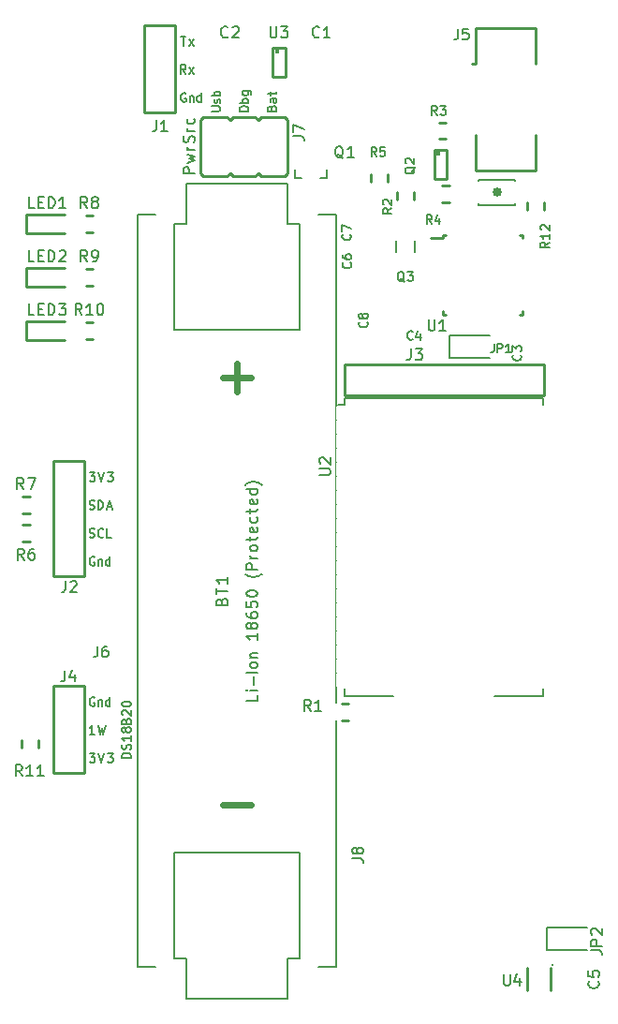
<source format=gbr>
G04 --- HEADER BEGIN --- *
%TF.GenerationSoftware,LibrePCB,LibrePCB,0.1.3*%
%TF.CreationDate,2019-12-13T00:59:46*%
%TF.ProjectId,Gfro?rli Hardware - Board,40295ca7-128f-4c1e-90ec-79de77364cdf,v2*%
%TF.Part,Single*%
%FSLAX66Y66*%
%MOMM*%
G01*
G74*
G04 --- HEADER END --- *
G04 --- APERTURE LIST BEGIN --- *
%ADD10C,0.2*%
%ADD11C,0.85X0.85*%
%ADD12C,0.85*%
%ADD13C,0.25*%
%ADD14C,0.254*%
%ADD15C,0.254X0.254*%
%ADD16C,0.15*%
%ADD17C,0.1524*%
%ADD18C,0.381X0.381*%
%ADD19C,0.381*%
%ADD20C,0.6*%
%ADD21C,0.0*%
%ADD22R,1.3X1.2*%
%ADD23C,2.3*%
%ADD24R,0.65X1.7*%
%ADD25C,1.9*%
%ADD26R,0.75X1.7*%
%ADD27R,1.45X0.95*%
%ADD28R,1.8X0.9*%
%ADD29R,0.55X0.9*%
%ADD30R,4.3X1.615*%
%ADD31R,4.4X1.8*%
%ADD32R,1.7X1.5*%
%ADD33O,1.787X2.39*%
%ADD34R,1.787X2.39*%
%ADD35O,2.39X1.787*%
%ADD36R,2.39X1.787*%
%ADD37R,1.4X1.4*%
%ADD38R,0.95X1.45*%
%ADD39R,1.6X1.6*%
%ADD40R,1.2X1.6*%
%ADD41R,1.3X0.8*%
%ADD42R,1.216X1.724*%
%ADD43R,1.724X1.216*%
%ADD44R,1.5X0.67*%
%ADD45R,0.67X1.5*%
%ADD46R,2.6X0.96*%
%ADD47R,2.0X1.2*%
%ADD48R,1.15X1.5*%
%ADD49C,3.2*%
G04 --- APERTURE LIST END --- *
G04 --- BOARD BEGIN --- *
D10*
X44070000Y74977500D02*
X44070000Y75127500D01*
X47370000Y75127500D01*
X47370000Y74977500D01*
X47370000Y72977500D02*
X47370000Y72827500D01*
X44070000Y72827500D01*
X44070000Y72977500D01*
D11*
X45720000Y73977500D03*
D12*
X45720000Y73977500D03*
D13*
X38215000Y73335000D02*
X38215000Y73985000D01*
X36715000Y73335000D02*
X36715000Y73985000D01*
D14*
X48501000Y3846250D02*
X48453000Y3846250D01*
X48453000Y1846250D01*
X48501000Y1846250D01*
X50559000Y3846250D02*
X50607000Y3846250D01*
X50607000Y1846250D01*
X50559000Y1846250D01*
D15*
X50784000Y4100250D03*
D14*
X50784000Y4100250D03*
D13*
X49972500Y58375000D02*
X49972500Y55585000D01*
X31942500Y55585000D01*
X31942500Y58375000D01*
X49972500Y58375000D01*
X5590000Y49655000D02*
X8380000Y49655000D01*
X8380000Y39245000D01*
X5590000Y39245000D01*
X5590000Y49655000D01*
X6605000Y71995000D02*
X3155000Y71995000D01*
X3155000Y70245000D01*
X6605000Y70245000D01*
X3500000Y43930000D02*
X2850000Y43930000D01*
X3500000Y42430000D02*
X2850000Y42430000D01*
X8380000Y21465000D02*
X5590000Y21465000D01*
X5590000Y29335000D01*
X8380000Y29335000D01*
X8380000Y21465000D01*
D16*
X12618750Y22851778D02*
X11818750Y22851778D01*
X11818750Y23042000D01*
X11856972Y23156667D01*
X11933417Y23233111D01*
X12008972Y23270445D01*
X12161861Y23308667D01*
X12275639Y23308667D01*
X12428528Y23270445D01*
X12504083Y23233111D01*
X12580528Y23156667D01*
X12618750Y23042000D01*
X12618750Y22851778D01*
X12580528Y23618667D02*
X12618750Y23733334D01*
X12618750Y23923556D01*
X12580528Y24000000D01*
X12542306Y24037334D01*
X12466750Y24075556D01*
X12390306Y24075556D01*
X12313861Y24037334D01*
X12275639Y24000000D01*
X12237417Y23923556D01*
X12200083Y23770667D01*
X12161861Y23695111D01*
X12123639Y23656889D01*
X12047194Y23618667D01*
X11970750Y23618667D01*
X11895194Y23656889D01*
X11856972Y23695111D01*
X11818750Y23770667D01*
X11818750Y23961778D01*
X11856972Y24075556D01*
X12618750Y24842445D02*
X12618750Y24385556D01*
X12618750Y24614000D02*
X11818750Y24614000D01*
X11933417Y24537556D01*
X12008972Y24462000D01*
X12047194Y24385556D01*
X12161861Y25304445D02*
X12123639Y25228889D01*
X12085417Y25190667D01*
X12008972Y25152445D01*
X11970750Y25152445D01*
X11895194Y25190667D01*
X11856972Y25228889D01*
X11818750Y25304445D01*
X11818750Y25457334D01*
X11856972Y25533778D01*
X11895194Y25571112D01*
X11970750Y25609334D01*
X12008972Y25609334D01*
X12085417Y25571112D01*
X12123639Y25533778D01*
X12161861Y25457334D01*
X12161861Y25304445D01*
X12200083Y25228889D01*
X12237417Y25190667D01*
X12313861Y25152445D01*
X12466750Y25152445D01*
X12542306Y25190667D01*
X12580528Y25228889D01*
X12618750Y25304445D01*
X12618750Y25457334D01*
X12580528Y25533778D01*
X12542306Y25571112D01*
X12466750Y25609334D01*
X12313861Y25609334D01*
X12237417Y25571112D01*
X12200083Y25533778D01*
X12161861Y25457334D01*
X12200083Y26186001D02*
X12237417Y26300667D01*
X12275639Y26338001D01*
X12352083Y26376223D01*
X12466750Y26376223D01*
X12542306Y26338001D01*
X12580528Y26300667D01*
X12618750Y26224223D01*
X12618750Y25919334D01*
X11818750Y25919334D01*
X11818750Y26186001D01*
X11856972Y26262445D01*
X11895194Y26300667D01*
X11970750Y26338001D01*
X12047194Y26338001D01*
X12123639Y26300667D01*
X12161861Y26262445D01*
X12200083Y26186001D01*
X12200083Y25919334D01*
X11895194Y26724445D02*
X11856972Y26762667D01*
X11818750Y26838223D01*
X11818750Y27029334D01*
X11856972Y27104890D01*
X11895194Y27143112D01*
X11970750Y27181334D01*
X12047194Y27181334D01*
X12161861Y27143112D01*
X12618750Y26686223D01*
X12618750Y27181334D01*
X11818750Y27681556D02*
X11818750Y27758001D01*
X11856972Y27834445D01*
X11895194Y27872667D01*
X11970750Y27910001D01*
X12123639Y27948223D01*
X12313861Y27948223D01*
X12466750Y27910001D01*
X12542306Y27872667D01*
X12580528Y27834445D01*
X12618750Y27758001D01*
X12618750Y27681556D01*
X12580528Y27606001D01*
X12542306Y27567778D01*
X12466750Y27529556D01*
X12313861Y27491334D01*
X12123639Y27491334D01*
X11970750Y27529556D01*
X11895194Y27567778D01*
X11856972Y27606001D01*
X11818750Y27681556D01*
D13*
X34334670Y75574324D02*
X34334670Y74924324D01*
X35834670Y75574324D02*
X35834670Y74924324D01*
D10*
X45059375Y61007500D02*
X41459375Y61007500D01*
X41459375Y59007500D01*
X45059375Y59007500D01*
D13*
X3500000Y46470000D02*
X2850000Y46470000D01*
X3500000Y44970000D02*
X2850000Y44970000D01*
X8565000Y70370000D02*
X9215000Y70370000D01*
X8565000Y71870000D02*
X9215000Y71870000D01*
D17*
X27470048Y75222172D02*
X27470048Y76034972D01*
X30314848Y76034972D02*
X30314848Y75222172D01*
X30314848Y75222172D02*
X29756048Y75222172D01*
X28028848Y75222172D02*
X27470048Y75222172D01*
D13*
X40791250Y73068750D02*
X41441250Y73068750D01*
X40791250Y74568750D02*
X41441250Y74568750D01*
D14*
X40067000Y77840500D02*
X41213000Y77840500D01*
X41213000Y75194500D01*
X40067000Y75194500D01*
X40067000Y77840500D01*
D18*
X40440000Y77470000D03*
D19*
X40440000Y77470000D03*
D10*
X53870000Y7508750D02*
X50270000Y7508750D01*
X50270000Y5508750D01*
X53870000Y5508750D01*
X49947500Y54733000D02*
X49947500Y55345000D01*
X31967500Y55345000D01*
X31967500Y54733000D01*
X31405500Y54733000D01*
X36389500Y28475000D02*
X31967500Y28475000D01*
X31967500Y29087000D01*
X49947500Y29087000D02*
X49947500Y28475000D01*
X45525500Y28475000D01*
D13*
X47760000Y70130000D02*
X48075000Y70130000D01*
X48075000Y69815000D01*
X47760000Y62880000D02*
X48075000Y62880000D01*
X48075000Y63195000D01*
X41140000Y62880000D02*
X40825000Y62880000D01*
X40825000Y63195000D01*
X41140000Y70130000D02*
X40825000Y70130000D01*
X40825000Y69815000D01*
X39775000Y69815000D01*
X41123750Y80283750D02*
X40473750Y80283750D01*
X41123750Y78783750D02*
X40473750Y78783750D01*
X49962500Y72382500D02*
X49962500Y73032500D01*
X48462500Y72382500D02*
X48462500Y73032500D01*
X43483750Y85575000D02*
X43833750Y85575000D01*
X43833750Y88830000D01*
X49193750Y88830000D01*
X49193750Y85575000D01*
X49193750Y79185000D02*
X49193750Y75930000D01*
X43833750Y75930000D01*
X43833750Y79185000D01*
X6605000Y62343000D02*
X3155000Y62343000D01*
X3155000Y60593000D01*
X6605000Y60593000D01*
D10*
X38314148Y69556716D02*
X38314148Y68556716D01*
X36614148Y69556716D02*
X36614148Y68556716D01*
D13*
X32313125Y27769250D02*
X31663125Y27769250D01*
X32313125Y26269250D02*
X31663125Y26269250D01*
D10*
X16560000Y71150000D02*
X17680000Y71150000D01*
X17680000Y74750000D01*
X26770000Y74750000D01*
X26770000Y71150000D01*
X27890000Y71150000D01*
X27890000Y61550000D01*
X16560000Y61550000D01*
X16560000Y71150000D01*
D20*
X20955000Y18650000D02*
X23495000Y18650000D01*
D10*
X27890000Y4710000D02*
X26770000Y4710000D01*
X26770000Y1110000D01*
X17680000Y1110000D01*
X17680000Y4710000D01*
X16560000Y4710000D01*
X16560000Y14310000D01*
X27890000Y14310000D01*
X27890000Y4710000D01*
D20*
X20955000Y57210000D02*
X23495000Y57210000D01*
X22225000Y58480000D02*
X22225000Y55940000D01*
D10*
X14895000Y71930000D02*
X13225000Y71930000D01*
X13225000Y3930000D01*
X14895000Y3930000D01*
X29555000Y3930000D02*
X31225000Y3930000D01*
X31225000Y71930000D01*
X29555000Y71930000D01*
X24090000Y28525556D02*
X24090000Y28048889D01*
X23090000Y28048889D01*
X24090000Y28973334D02*
X23423333Y28973334D01*
X23090000Y28973334D02*
X23137778Y28925556D01*
X23185556Y28973334D01*
X23137778Y29021112D01*
X23090000Y28973334D01*
X23185556Y28973334D01*
X23708889Y29421112D02*
X23708889Y30183334D01*
X24090000Y30583334D02*
X23090000Y30583334D01*
X24090000Y31173334D02*
X24042222Y31078890D01*
X23994444Y31031112D01*
X23900000Y30983334D01*
X23613333Y30983334D01*
X23518889Y31031112D01*
X23471111Y31078890D01*
X23423333Y31173334D01*
X23423333Y31316667D01*
X23471111Y31412223D01*
X23518889Y31460001D01*
X23613333Y31506667D01*
X23900000Y31506667D01*
X23994444Y31460001D01*
X24042222Y31412223D01*
X24090000Y31316667D01*
X24090000Y31173334D01*
X23423333Y31906667D02*
X24090000Y31906667D01*
X23518889Y31906667D02*
X23471111Y31954445D01*
X23423333Y32050000D01*
X23423333Y32192223D01*
X23471111Y32287778D01*
X23566667Y32335556D01*
X24090000Y32335556D01*
X24090000Y34106666D02*
X24090000Y33535555D01*
X24090000Y33821111D02*
X23090000Y33821111D01*
X23233333Y33725555D01*
X23327778Y33631111D01*
X23375556Y33535555D01*
X23518889Y34696666D02*
X23471111Y34602222D01*
X23423333Y34554444D01*
X23327778Y34506666D01*
X23280000Y34506666D01*
X23185556Y34554444D01*
X23137778Y34602222D01*
X23090000Y34696666D01*
X23090000Y34887777D01*
X23137778Y34983333D01*
X23185556Y35029999D01*
X23280000Y35077777D01*
X23327778Y35077777D01*
X23423333Y35029999D01*
X23471111Y34983333D01*
X23518889Y34887777D01*
X23518889Y34696666D01*
X23566667Y34602222D01*
X23613333Y34554444D01*
X23708889Y34506666D01*
X23900000Y34506666D01*
X23994444Y34554444D01*
X24042222Y34602222D01*
X24090000Y34696666D01*
X24090000Y34887777D01*
X24042222Y34983333D01*
X23994444Y35029999D01*
X23900000Y35077777D01*
X23708889Y35077777D01*
X23613333Y35029999D01*
X23566667Y34983333D01*
X23518889Y34887777D01*
X23090000Y35954444D02*
X23090000Y35763333D01*
X23137778Y35667777D01*
X23185556Y35621110D01*
X23327778Y35525555D01*
X23518889Y35477777D01*
X23900000Y35477777D01*
X23994444Y35525555D01*
X24042222Y35573333D01*
X24090000Y35667777D01*
X24090000Y35858888D01*
X24042222Y35954444D01*
X23994444Y36001110D01*
X23900000Y36048888D01*
X23661111Y36048888D01*
X23566667Y36001110D01*
X23518889Y35954444D01*
X23471111Y35858888D01*
X23471111Y35667777D01*
X23518889Y35573333D01*
X23566667Y35525555D01*
X23661111Y35477777D01*
X23090000Y36972221D02*
X23090000Y36496666D01*
X23566667Y36448888D01*
X23518889Y36496666D01*
X23471111Y36592221D01*
X23471111Y36829999D01*
X23518889Y36925555D01*
X23566667Y36972221D01*
X23661111Y37019999D01*
X23900000Y37019999D01*
X23994444Y36972221D01*
X24042222Y36925555D01*
X24090000Y36829999D01*
X24090000Y36592221D01*
X24042222Y36496666D01*
X23994444Y36448888D01*
X23090000Y37657777D02*
X23090000Y37753332D01*
X23137778Y37848888D01*
X23185556Y37896666D01*
X23280000Y37943332D01*
X23471111Y37991110D01*
X23708889Y37991110D01*
X23900000Y37943332D01*
X23994444Y37896666D01*
X24042222Y37848888D01*
X24090000Y37753332D01*
X24090000Y37657777D01*
X24042222Y37563332D01*
X23994444Y37515555D01*
X23900000Y37467777D01*
X23708889Y37419999D01*
X23471111Y37419999D01*
X23280000Y37467777D01*
X23185556Y37515555D01*
X23137778Y37563332D01*
X23090000Y37657777D01*
X24471111Y39476665D02*
X24423333Y39428887D01*
X24280000Y39334442D01*
X24185556Y39286665D01*
X24042222Y39238887D01*
X23804444Y39191109D01*
X23613333Y39191109D01*
X23375556Y39238887D01*
X23233333Y39286665D01*
X23137778Y39334442D01*
X22994444Y39428887D01*
X22946667Y39476665D01*
X24090000Y39876665D02*
X23090000Y39876665D01*
X23090000Y40257776D01*
X23137778Y40353332D01*
X23185556Y40399998D01*
X23280000Y40447776D01*
X23423333Y40447776D01*
X23518889Y40399998D01*
X23566667Y40353332D01*
X23613333Y40257776D01*
X23613333Y39876665D01*
X24090000Y40847776D02*
X23423333Y40847776D01*
X23613333Y40847776D02*
X23518889Y40895554D01*
X23471111Y40943332D01*
X23423333Y41037776D01*
X23423333Y41133332D01*
X24090000Y41723332D02*
X24042222Y41628888D01*
X23994444Y41581110D01*
X23900000Y41533332D01*
X23613333Y41533332D01*
X23518889Y41581110D01*
X23471111Y41628888D01*
X23423333Y41723332D01*
X23423333Y41866665D01*
X23471111Y41962221D01*
X23518889Y42009999D01*
X23613333Y42056665D01*
X23900000Y42056665D01*
X23994444Y42009999D01*
X24042222Y41962221D01*
X24090000Y41866665D01*
X24090000Y41723332D01*
X23423333Y42456665D02*
X23423333Y42837776D01*
X23090000Y42599998D02*
X23946667Y42599998D01*
X24042222Y42646665D01*
X24090000Y42742221D01*
X24090000Y42837776D01*
X24042222Y43666665D02*
X24090000Y43571109D01*
X24090000Y43381109D01*
X24042222Y43285554D01*
X23946667Y43237776D01*
X23566667Y43237776D01*
X23471111Y43285554D01*
X23423333Y43381109D01*
X23423333Y43571109D01*
X23471111Y43666665D01*
X23566667Y43714443D01*
X23661111Y43714443D01*
X23756667Y43237776D01*
X24042222Y44591110D02*
X24090000Y44495554D01*
X24090000Y44304443D01*
X24042222Y44209999D01*
X23994444Y44162221D01*
X23900000Y44114443D01*
X23613333Y44114443D01*
X23518889Y44162221D01*
X23471111Y44209999D01*
X23423333Y44304443D01*
X23423333Y44495554D01*
X23471111Y44591110D01*
X23423333Y44991110D02*
X23423333Y45372221D01*
X23090000Y45134443D02*
X23946667Y45134443D01*
X24042222Y45181110D01*
X24090000Y45276666D01*
X24090000Y45372221D01*
X24042222Y46201110D02*
X24090000Y46105554D01*
X24090000Y45915554D01*
X24042222Y45819999D01*
X23946667Y45772221D01*
X23566667Y45772221D01*
X23471111Y45819999D01*
X23423333Y45915554D01*
X23423333Y46105554D01*
X23471111Y46201110D01*
X23566667Y46248888D01*
X23661111Y46248888D01*
X23756667Y45772221D01*
X24090000Y47125555D02*
X23090000Y47125555D01*
X24042222Y47125555D02*
X24090000Y47029999D01*
X24090000Y46838888D01*
X24042222Y46744444D01*
X23994444Y46696666D01*
X23900000Y46648888D01*
X23613333Y46648888D01*
X23518889Y46696666D01*
X23471111Y46744444D01*
X23423333Y46838888D01*
X23423333Y47029999D01*
X23471111Y47125555D01*
X24471111Y47525555D02*
X24423333Y47573333D01*
X24280000Y47668888D01*
X24185556Y47715555D01*
X24042222Y47763333D01*
X23804444Y47811111D01*
X23613333Y47811111D01*
X23375556Y47763333D01*
X23233333Y47715555D01*
X23137778Y47668888D01*
X22994444Y47573333D01*
X22946667Y47525555D01*
D13*
X8565000Y65544000D02*
X9215000Y65544000D01*
X8565000Y67044000D02*
X9215000Y67044000D01*
X26525000Y75440000D02*
X24400000Y75440000D01*
X24130000Y75710000D01*
X23860000Y75440000D01*
X21860000Y75440000D01*
X21590000Y75710000D01*
X21320000Y75440000D01*
X19195000Y75440000D01*
X18925000Y75710000D01*
X18925000Y80500000D01*
X19195000Y80770000D01*
X21320000Y80770000D01*
X21590000Y80500000D01*
X21860000Y80770000D01*
X23860000Y80770000D01*
X24130000Y80500000D01*
X24400000Y80770000D01*
X26525000Y80770000D01*
X26795000Y80500000D01*
X26795000Y75710000D01*
X26525000Y75440000D01*
D10*
X18376568Y75669289D02*
X17376568Y75669289D01*
X17376568Y76050400D01*
X17424346Y76145956D01*
X17472124Y76192622D01*
X17566568Y76240400D01*
X17709901Y76240400D01*
X17805457Y76192622D01*
X17853235Y76145956D01*
X17899901Y76050400D01*
X17899901Y75669289D01*
X17709901Y76640400D02*
X18376568Y76830400D01*
X17899901Y77021511D01*
X18376568Y77211511D01*
X17709901Y77402622D01*
X18376568Y77802622D02*
X17709901Y77802622D01*
X17899901Y77802622D02*
X17805457Y77850400D01*
X17757679Y77898178D01*
X17709901Y77992622D01*
X17709901Y78088178D01*
X18328790Y78488178D02*
X18376568Y78631511D01*
X18376568Y78869289D01*
X18328790Y78964845D01*
X18281012Y79011511D01*
X18186568Y79059289D01*
X18091012Y79059289D01*
X17995457Y79011511D01*
X17947679Y78964845D01*
X17899901Y78869289D01*
X17853235Y78678178D01*
X17805457Y78583734D01*
X17757679Y78535956D01*
X17662124Y78488178D01*
X17566568Y78488178D01*
X17472124Y78535956D01*
X17424346Y78583734D01*
X17376568Y78678178D01*
X17376568Y78917067D01*
X17424346Y79059289D01*
X18376568Y79459289D02*
X17709901Y79459289D01*
X17899901Y79459289D02*
X17805457Y79507067D01*
X17757679Y79554845D01*
X17709901Y79649289D01*
X17709901Y79744845D01*
X18328790Y80621512D02*
X18376568Y80525956D01*
X18376568Y80334845D01*
X18328790Y80240401D01*
X18281012Y80192623D01*
X18186568Y80144845D01*
X17899901Y80144845D01*
X17805457Y80192623D01*
X17757679Y80240401D01*
X17709901Y80334845D01*
X17709901Y80525956D01*
X17757679Y80621512D01*
D13*
X2742500Y24455000D02*
X2742500Y23805000D01*
X4242500Y24455000D02*
X4242500Y23805000D01*
D14*
X25462000Y87048000D02*
X26608000Y87048000D01*
X26608000Y84402000D01*
X25462000Y84402000D01*
X25462000Y87048000D01*
D18*
X25835000Y86677500D03*
D19*
X25835000Y86677500D03*
D13*
X6605000Y67169000D02*
X3155000Y67169000D01*
X3155000Y65419000D01*
X6605000Y65419000D01*
X13845000Y89025000D02*
X16635000Y89025000D01*
X16635000Y81155000D01*
X13845000Y81155000D01*
X13845000Y89025000D01*
X8565000Y60718000D02*
X9215000Y60718000D01*
X8565000Y62218000D02*
X9215000Y62218000D01*
D16*
X23261252Y81280600D02*
X22461252Y81280600D01*
X22461252Y81470822D01*
X22499474Y81585489D01*
X22575919Y81661933D01*
X22651474Y81699267D01*
X22804363Y81737489D01*
X22918141Y81737489D01*
X23071030Y81699267D01*
X23146585Y81661933D01*
X23223030Y81585489D01*
X23261252Y81470822D01*
X23261252Y81280600D01*
X23261252Y82047489D02*
X22461252Y82047489D01*
X22766141Y82047489D02*
X22727919Y82123933D01*
X22727919Y82275933D01*
X22766141Y82352378D01*
X22804363Y82390600D01*
X22879919Y82428822D01*
X23109252Y82428822D01*
X23184808Y82390600D01*
X23223030Y82352378D01*
X23261252Y82275933D01*
X23261252Y82123933D01*
X23223030Y82047489D01*
X22727919Y83120155D02*
X23375919Y83120155D01*
X23451474Y83081933D01*
X23489696Y83043711D01*
X23527919Y82967266D01*
X23527919Y82853489D01*
X23489696Y82777044D01*
X23223030Y83120155D02*
X23261252Y83043711D01*
X23261252Y82890822D01*
X23223030Y82815266D01*
X23184808Y82777044D01*
X23109252Y82738822D01*
X22879919Y82738822D01*
X22804363Y82777044D01*
X22766141Y82815266D01*
X22727919Y82890822D01*
X22727919Y83043711D01*
X22766141Y83120155D01*
X9346889Y28301778D02*
X9271333Y28340000D01*
X9156667Y28340000D01*
X9042000Y28301778D01*
X8966444Y28225333D01*
X8928222Y28149778D01*
X8890000Y27996889D01*
X8890000Y27883111D01*
X8928222Y27730222D01*
X8966444Y27654667D01*
X9042000Y27578222D01*
X9156667Y27540000D01*
X9233111Y27540000D01*
X9346889Y27578222D01*
X9385111Y27616444D01*
X9385111Y27883111D01*
X9233111Y27883111D01*
X9695111Y28073333D02*
X9695111Y27540000D01*
X9695111Y27996889D02*
X9733333Y28035111D01*
X9809778Y28073333D01*
X9923555Y28073333D01*
X10000000Y28035111D01*
X10038222Y27958667D01*
X10038222Y27540000D01*
X10729555Y27540000D02*
X10729555Y28340000D01*
X10729555Y27578222D02*
X10653111Y27540000D01*
X10500222Y27540000D01*
X10424666Y27578222D01*
X10386444Y27616444D01*
X10348222Y27692000D01*
X10348222Y27921333D01*
X10386444Y27996889D01*
X10424666Y28035111D01*
X10500222Y28073333D01*
X10653111Y28073333D01*
X10729555Y28035111D01*
X19921252Y81280600D02*
X20569252Y81280600D01*
X20644808Y81318822D01*
X20683030Y81357044D01*
X20721252Y81432600D01*
X20721252Y81585489D01*
X20683030Y81661933D01*
X20644808Y81699267D01*
X20569252Y81737489D01*
X19921252Y81737489D01*
X20683030Y82047489D02*
X20721252Y82123933D01*
X20721252Y82275933D01*
X20683030Y82352378D01*
X20606585Y82390600D01*
X20569252Y82390600D01*
X20492808Y82352378D01*
X20454585Y82275933D01*
X20454585Y82162156D01*
X20416363Y82085711D01*
X20339919Y82047489D01*
X20302585Y82047489D01*
X20226141Y82085711D01*
X20187919Y82162156D01*
X20187919Y82275933D01*
X20226141Y82352378D01*
X20721252Y82700600D02*
X19921252Y82700600D01*
X20226141Y82700600D02*
X20187919Y82777044D01*
X20187919Y82929044D01*
X20226141Y83005489D01*
X20264363Y83043711D01*
X20339919Y83081933D01*
X20569252Y83081933D01*
X20644808Y83043711D01*
X20683030Y83005489D01*
X20721252Y82929044D01*
X20721252Y82777044D01*
X20683030Y82700600D01*
X8890000Y45358222D02*
X9004667Y45320000D01*
X9194889Y45320000D01*
X9271333Y45358222D01*
X9308667Y45396444D01*
X9346889Y45472000D01*
X9346889Y45548444D01*
X9308667Y45624889D01*
X9271333Y45663111D01*
X9194889Y45701333D01*
X9042000Y45738667D01*
X8966444Y45776889D01*
X8928222Y45815111D01*
X8890000Y45891556D01*
X8890000Y45968000D01*
X8928222Y46043556D01*
X8966444Y46081778D01*
X9042000Y46120000D01*
X9233111Y46120000D01*
X9346889Y46081778D01*
X9656889Y45320000D02*
X9656889Y46120000D01*
X9847111Y46120000D01*
X9961778Y46081778D01*
X10038222Y46005333D01*
X10075556Y45929778D01*
X10113778Y45776889D01*
X10113778Y45663111D01*
X10075556Y45510222D01*
X10038222Y45434667D01*
X9961778Y45358222D01*
X9847111Y45320000D01*
X9656889Y45320000D01*
X10500222Y45548444D02*
X10880667Y45548444D01*
X10423778Y45320000D02*
X10690445Y46120000D01*
X10957111Y45320000D01*
X17601889Y84690000D02*
X17335222Y85071333D01*
X17145000Y84690000D02*
X17145000Y85490000D01*
X17449889Y85490000D01*
X17526333Y85451778D01*
X17563667Y85413556D01*
X17601889Y85338000D01*
X17601889Y85223333D01*
X17563667Y85146889D01*
X17526333Y85108667D01*
X17449889Y85071333D01*
X17145000Y85071333D01*
X17911889Y84690000D02*
X18330556Y85223333D01*
X17911889Y85223333D02*
X18330556Y84690000D01*
X8890000Y42818222D02*
X9004667Y42780000D01*
X9194889Y42780000D01*
X9271333Y42818222D01*
X9308667Y42856444D01*
X9346889Y42932000D01*
X9346889Y43008444D01*
X9308667Y43084889D01*
X9271333Y43123111D01*
X9194889Y43161333D01*
X9042000Y43198667D01*
X8966444Y43236889D01*
X8928222Y43275111D01*
X8890000Y43351556D01*
X8890000Y43428000D01*
X8928222Y43503556D01*
X8966444Y43541778D01*
X9042000Y43580000D01*
X9233111Y43580000D01*
X9346889Y43541778D01*
X10152000Y42856444D02*
X10113778Y42818222D01*
X10000000Y42780000D01*
X9923556Y42780000D01*
X9808889Y42818222D01*
X9733333Y42894667D01*
X9695111Y42970222D01*
X9656889Y43123111D01*
X9656889Y43236889D01*
X9695111Y43389778D01*
X9733333Y43465333D01*
X9808889Y43541778D01*
X9923556Y43580000D01*
X10000000Y43580000D01*
X10113778Y43541778D01*
X10152000Y43503556D01*
X10843333Y42780000D02*
X10462000Y42780000D01*
X10462000Y43580000D01*
X8890000Y48660000D02*
X9385111Y48660000D01*
X9118444Y48355111D01*
X9233111Y48355111D01*
X9308667Y48316889D01*
X9346889Y48278667D01*
X9385111Y48203111D01*
X9385111Y48012000D01*
X9346889Y47936444D01*
X9308667Y47898222D01*
X9233111Y47860000D01*
X9004667Y47860000D01*
X8928222Y47898222D01*
X8890000Y47936444D01*
X9695111Y48660000D02*
X9961778Y47860000D01*
X10228444Y48660000D01*
X10538444Y48660000D02*
X11033555Y48660000D01*
X10766888Y48355111D01*
X10881555Y48355111D01*
X10957111Y48316889D01*
X10995333Y48278667D01*
X11033555Y48203111D01*
X11033555Y48012000D01*
X10995333Y47936444D01*
X10957111Y47898222D01*
X10881555Y47860000D01*
X10653111Y47860000D01*
X10576666Y47898222D01*
X10538444Y47936444D01*
X25382585Y81547267D02*
X25419919Y81661933D01*
X25458141Y81699267D01*
X25534585Y81737489D01*
X25649252Y81737489D01*
X25724808Y81699267D01*
X25763030Y81661933D01*
X25801252Y81585489D01*
X25801252Y81280600D01*
X25001252Y81280600D01*
X25001252Y81547267D01*
X25039474Y81623711D01*
X25077696Y81661933D01*
X25153252Y81699267D01*
X25229696Y81699267D01*
X25306141Y81661933D01*
X25344363Y81623711D01*
X25382585Y81547267D01*
X25382585Y81280600D01*
X25801252Y82428822D02*
X25382585Y82428822D01*
X25306141Y82390600D01*
X25267919Y82314156D01*
X25267919Y82162156D01*
X25306141Y82085711D01*
X25763030Y82428822D02*
X25801252Y82352378D01*
X25801252Y82162156D01*
X25763030Y82085711D01*
X25686585Y82047489D01*
X25611030Y82047489D01*
X25534585Y82085711D01*
X25496363Y82162156D01*
X25496363Y82352378D01*
X25458141Y82428822D01*
X25267919Y82738822D02*
X25267919Y83043711D01*
X25001252Y82853489D02*
X25686585Y82853489D01*
X25763030Y82890822D01*
X25801252Y82967266D01*
X25801252Y83043711D01*
X8890000Y23260000D02*
X9385111Y23260000D01*
X9118444Y22955111D01*
X9233111Y22955111D01*
X9308667Y22916889D01*
X9346889Y22878667D01*
X9385111Y22803111D01*
X9385111Y22612000D01*
X9346889Y22536444D01*
X9308667Y22498222D01*
X9233111Y22460000D01*
X9004667Y22460000D01*
X8928222Y22498222D01*
X8890000Y22536444D01*
X9695111Y23260000D02*
X9961778Y22460000D01*
X10228444Y23260000D01*
X10538444Y23260000D02*
X11033555Y23260000D01*
X10766888Y22955111D01*
X10881555Y22955111D01*
X10957111Y22916889D01*
X10995333Y22878667D01*
X11033555Y22803111D01*
X11033555Y22612000D01*
X10995333Y22536444D01*
X10957111Y22498222D01*
X10881555Y22460000D01*
X10653111Y22460000D01*
X10576666Y22498222D01*
X10538444Y22536444D01*
X17145000Y88030000D02*
X17601889Y88030000D01*
X17373444Y87230000D02*
X17373444Y88030000D01*
X17911889Y87230000D02*
X18330556Y87763333D01*
X17911889Y87763333D02*
X18330556Y87230000D01*
X9346889Y41001778D02*
X9271333Y41040000D01*
X9156667Y41040000D01*
X9042000Y41001778D01*
X8966444Y40925333D01*
X8928222Y40849778D01*
X8890000Y40696889D01*
X8890000Y40583111D01*
X8928222Y40430222D01*
X8966444Y40354667D01*
X9042000Y40278222D01*
X9156667Y40240000D01*
X9233111Y40240000D01*
X9346889Y40278222D01*
X9385111Y40316444D01*
X9385111Y40583111D01*
X9233111Y40583111D01*
X9695111Y40773333D02*
X9695111Y40240000D01*
X9695111Y40696889D02*
X9733333Y40735111D01*
X9809778Y40773333D01*
X9923555Y40773333D01*
X10000000Y40735111D01*
X10038222Y40658667D01*
X10038222Y40240000D01*
X10729555Y40240000D02*
X10729555Y41040000D01*
X10729555Y40278222D02*
X10653111Y40240000D01*
X10500222Y40240000D01*
X10424666Y40278222D01*
X10386444Y40316444D01*
X10348222Y40392000D01*
X10348222Y40621333D01*
X10386444Y40696889D01*
X10424666Y40735111D01*
X10500222Y40773333D01*
X10653111Y40773333D01*
X10729555Y40735111D01*
X9346889Y25000000D02*
X8890000Y25000000D01*
X9118444Y25000000D02*
X9118444Y25800000D01*
X9042000Y25685333D01*
X8966444Y25609778D01*
X8890000Y25571556D01*
X9656889Y25800000D02*
X9847111Y25000000D01*
X10000000Y25571556D01*
X10152000Y25000000D01*
X10342222Y25800000D01*
X17601889Y82911778D02*
X17526333Y82950000D01*
X17411667Y82950000D01*
X17297000Y82911778D01*
X17221444Y82835333D01*
X17183222Y82759778D01*
X17145000Y82606889D01*
X17145000Y82493111D01*
X17183222Y82340222D01*
X17221444Y82264667D01*
X17297000Y82188222D01*
X17411667Y82150000D01*
X17488111Y82150000D01*
X17601889Y82188222D01*
X17640111Y82226444D01*
X17640111Y82493111D01*
X17488111Y82493111D01*
X17950111Y82683333D02*
X17950111Y82150000D01*
X17950111Y82606889D02*
X17988333Y82645111D01*
X18064778Y82683333D01*
X18178555Y82683333D01*
X18255000Y82645111D01*
X18293222Y82568667D01*
X18293222Y82150000D01*
X18984555Y82150000D02*
X18984555Y82950000D01*
X18984555Y82188222D02*
X18908111Y82150000D01*
X18755222Y82150000D01*
X18679666Y82188222D01*
X18641444Y82226444D01*
X18603222Y82302000D01*
X18603222Y82531333D01*
X18641444Y82606889D01*
X18679666Y82645111D01*
X18755222Y82683333D01*
X18908111Y82683333D01*
X18984555Y82645111D01*
X32467310Y70152139D02*
X32505532Y70113917D01*
X32543754Y70000139D01*
X32543754Y69923695D01*
X32505532Y69809028D01*
X32429087Y69733472D01*
X32353532Y69695250D01*
X32200643Y69657028D01*
X32086865Y69657028D01*
X31933976Y69695250D01*
X31858421Y69733472D01*
X31781976Y69809028D01*
X31743754Y69923695D01*
X31743754Y70000139D01*
X31781976Y70113917D01*
X31820198Y70152139D01*
X31743754Y70462139D02*
X31743754Y70995472D01*
X32543754Y70652361D01*
D10*
X9614611Y32965000D02*
X9614611Y32250556D01*
X9566833Y32108333D01*
X9471278Y32012778D01*
X9329056Y31965000D01*
X9233500Y31965000D01*
X10491278Y32965000D02*
X10300167Y32965000D01*
X10204611Y32917222D01*
X10157944Y32869444D01*
X10062389Y32727222D01*
X10014611Y32536111D01*
X10014611Y32155000D01*
X10062389Y32060556D01*
X10110167Y32012778D01*
X10204611Y31965000D01*
X10395722Y31965000D01*
X10491278Y32012778D01*
X10537944Y32060556D01*
X10585722Y32155000D01*
X10585722Y32393889D01*
X10537944Y32488333D01*
X10491278Y32536111D01*
X10395722Y32583889D01*
X10204611Y32583889D01*
X10110167Y32536111D01*
X10062389Y32488333D01*
X10014611Y32393889D01*
D16*
X36197494Y72533389D02*
X35816161Y72266722D01*
X36197494Y72076500D02*
X35397494Y72076500D01*
X35397494Y72381389D01*
X35435716Y72457833D01*
X35473938Y72495167D01*
X35549494Y72533389D01*
X35664161Y72533389D01*
X35740605Y72495167D01*
X35778827Y72457833D01*
X35816161Y72381389D01*
X35816161Y72076500D01*
X35473938Y72881611D02*
X35435716Y72919833D01*
X35397494Y72995389D01*
X35397494Y73186500D01*
X35435716Y73262056D01*
X35473938Y73300278D01*
X35549494Y73338500D01*
X35625938Y73338500D01*
X35740605Y73300278D01*
X36197494Y72843389D01*
X36197494Y73338500D01*
D10*
X46352500Y3293750D02*
X46352500Y2483750D01*
X46400278Y2389306D01*
X46448056Y2341528D01*
X46542500Y2293750D01*
X46733611Y2293750D01*
X46829167Y2341528D01*
X46875833Y2389306D01*
X46923611Y2483750D01*
X46923611Y3293750D01*
X47800278Y2960417D02*
X47800278Y2293750D01*
X47561389Y3341528D02*
X47323611Y2627083D01*
X47942500Y2627083D01*
X32650000Y13788889D02*
X33364444Y13788889D01*
X33506667Y13741111D01*
X33602222Y13645556D01*
X33650000Y13503334D01*
X33650000Y13407778D01*
X33078889Y14378889D02*
X33031111Y14284445D01*
X32983333Y14236667D01*
X32887778Y14188889D01*
X32840000Y14188889D01*
X32745556Y14236667D01*
X32697778Y14284445D01*
X32650000Y14378889D01*
X32650000Y14570000D01*
X32697778Y14665556D01*
X32745556Y14712222D01*
X32840000Y14760000D01*
X32887778Y14760000D01*
X32983333Y14712222D01*
X33031111Y14665556D01*
X33078889Y14570000D01*
X33078889Y14378889D01*
X33126667Y14284445D01*
X33173333Y14236667D01*
X33268889Y14188889D01*
X33460000Y14188889D01*
X33554444Y14236667D01*
X33602222Y14284445D01*
X33650000Y14378889D01*
X33650000Y14570000D01*
X33602222Y14665556D01*
X33554444Y14712222D01*
X33460000Y14760000D01*
X33268889Y14760000D01*
X33173333Y14712222D01*
X33126667Y14665556D01*
X33078889Y14570000D01*
D16*
X33975431Y62252861D02*
X34013653Y62214639D01*
X34051875Y62100861D01*
X34051875Y62024417D01*
X34013653Y61909750D01*
X33937208Y61834194D01*
X33861653Y61795972D01*
X33708764Y61757750D01*
X33594986Y61757750D01*
X33442097Y61795972D01*
X33366542Y61834194D01*
X33290097Y61909750D01*
X33251875Y62024417D01*
X33251875Y62100861D01*
X33290097Y62214639D01*
X33328319Y62252861D01*
X33594986Y62714861D02*
X33556764Y62639305D01*
X33518542Y62601083D01*
X33442097Y62562861D01*
X33403875Y62562861D01*
X33328319Y62601083D01*
X33290097Y62639305D01*
X33251875Y62714861D01*
X33251875Y62867750D01*
X33290097Y62944194D01*
X33328319Y62981528D01*
X33403875Y63019750D01*
X33442097Y63019750D01*
X33518542Y62981528D01*
X33556764Y62944194D01*
X33594986Y62867750D01*
X33594986Y62714861D01*
X33633208Y62639305D01*
X33670542Y62601083D01*
X33746986Y62562861D01*
X33899875Y62562861D01*
X33975431Y62601083D01*
X34013653Y62639305D01*
X34051875Y62714861D01*
X34051875Y62867750D01*
X34013653Y62944194D01*
X33975431Y62981528D01*
X33899875Y63019750D01*
X33746986Y63019750D01*
X33670542Y62981528D01*
X33633208Y62944194D01*
X33594986Y62867750D01*
D10*
X37951111Y59808750D02*
X37951111Y59094306D01*
X37903333Y58952083D01*
X37807778Y58856528D01*
X37665556Y58808750D01*
X37570000Y58808750D01*
X38351111Y59808750D02*
X38970000Y59808750D01*
X38636667Y59427639D01*
X38780000Y59427639D01*
X38874444Y59379861D01*
X38922222Y59332083D01*
X38970000Y59237639D01*
X38970000Y58998750D01*
X38922222Y58904306D01*
X38874444Y58856528D01*
X38780000Y58808750D01*
X38494444Y58808750D01*
X38398889Y58856528D01*
X38351111Y58904306D01*
X54879444Y2670139D02*
X54927222Y2622361D01*
X54975000Y2480139D01*
X54975000Y2384583D01*
X54927222Y2241250D01*
X54831667Y2146806D01*
X54737222Y2099028D01*
X54546111Y2051250D01*
X54403889Y2051250D01*
X54212778Y2099028D01*
X54118333Y2146806D01*
X54022778Y2241250D01*
X53975000Y2384583D01*
X53975000Y2480139D01*
X54022778Y2622361D01*
X54070556Y2670139D01*
X53975000Y3593472D02*
X53975000Y3117917D01*
X54451667Y3070139D01*
X54403889Y3117917D01*
X54356111Y3213472D01*
X54356111Y3451250D01*
X54403889Y3546806D01*
X54451667Y3593472D01*
X54546111Y3641250D01*
X54785000Y3641250D01*
X54879444Y3593472D01*
X54927222Y3546806D01*
X54975000Y3451250D01*
X54975000Y3213472D01*
X54927222Y3117917D01*
X54879444Y3070139D01*
X6729611Y38822500D02*
X6729611Y38108056D01*
X6681833Y37965833D01*
X6586278Y37870278D01*
X6444056Y37822500D01*
X6348500Y37822500D01*
X7177389Y38726944D02*
X7225167Y38774722D01*
X7319611Y38822500D01*
X7558500Y38822500D01*
X7652944Y38774722D01*
X7700722Y38726944D01*
X7748500Y38632500D01*
X7748500Y38536944D01*
X7700722Y38393611D01*
X7129611Y37822500D01*
X7748500Y37822500D01*
X3908889Y72545000D02*
X3432222Y72545000D01*
X3432222Y73545000D01*
X4308889Y73068333D02*
X4642222Y73068333D01*
X4785556Y72545000D02*
X4308889Y72545000D01*
X4308889Y73545000D01*
X4785556Y73545000D01*
X5185556Y72545000D02*
X5185556Y73545000D01*
X5423334Y73545000D01*
X5566667Y73497222D01*
X5662223Y73401667D01*
X5708889Y73307222D01*
X5756667Y73116111D01*
X5756667Y72973889D01*
X5708889Y72782778D01*
X5662223Y72688333D01*
X5566667Y72592778D01*
X5423334Y72545000D01*
X5185556Y72545000D01*
X6727778Y72545000D02*
X6156667Y72545000D01*
X6442223Y72545000D02*
X6442223Y73545000D01*
X6346667Y73401667D01*
X6252223Y73307222D01*
X6156667Y73259444D01*
X2975000Y40755000D02*
X2641667Y41231667D01*
X2403889Y40755000D02*
X2403889Y41755000D01*
X2785000Y41755000D01*
X2880556Y41707222D01*
X2927222Y41659444D01*
X2975000Y41565000D01*
X2975000Y41421667D01*
X2927222Y41326111D01*
X2880556Y41278333D01*
X2785000Y41231667D01*
X2403889Y41231667D01*
X3851667Y41755000D02*
X3660556Y41755000D01*
X3565000Y41707222D01*
X3518333Y41659444D01*
X3422778Y41517222D01*
X3375000Y41326111D01*
X3375000Y40945000D01*
X3422778Y40850556D01*
X3470556Y40802778D01*
X3565000Y40755000D01*
X3756111Y40755000D01*
X3851667Y40802778D01*
X3898333Y40850556D01*
X3946111Y40945000D01*
X3946111Y41183889D01*
X3898333Y41278333D01*
X3851667Y41326111D01*
X3756111Y41373889D01*
X3565000Y41373889D01*
X3470556Y41326111D01*
X3422778Y41278333D01*
X3375000Y41183889D01*
X6666111Y30757500D02*
X6666111Y30043056D01*
X6618333Y29900833D01*
X6522778Y29805278D01*
X6380556Y29757500D01*
X6285000Y29757500D01*
X7542778Y30424167D02*
X7542778Y29757500D01*
X7303889Y30805278D02*
X7066111Y30090833D01*
X7685000Y30090833D01*
D16*
X34850317Y77229999D02*
X34583650Y77611332D01*
X34393428Y77229999D02*
X34393428Y78029999D01*
X34698317Y78029999D01*
X34774761Y77991777D01*
X34812095Y77953555D01*
X34850317Y77877999D01*
X34850317Y77763332D01*
X34812095Y77686888D01*
X34774761Y77648666D01*
X34698317Y77611332D01*
X34393428Y77611332D01*
X35578984Y78029999D02*
X35198539Y78029999D01*
X35160317Y77648666D01*
X35198539Y77686888D01*
X35274984Y77725110D01*
X35465206Y77725110D01*
X35541650Y77686888D01*
X35578984Y77648666D01*
X35617206Y77573110D01*
X35617206Y77381999D01*
X35578984Y77306443D01*
X35541650Y77268221D01*
X35465206Y77229999D01*
X35274984Y77229999D01*
X35198539Y77268221D01*
X35160317Y77306443D01*
X45469264Y60278750D02*
X45469264Y59707194D01*
X45431042Y59593417D01*
X45354597Y59516972D01*
X45240819Y59478750D01*
X45164375Y59478750D01*
X45779264Y59478750D02*
X45779264Y60278750D01*
X46084153Y60278750D01*
X46160597Y60240528D01*
X46197931Y60202306D01*
X46236153Y60126750D01*
X46236153Y60012083D01*
X46197931Y59935639D01*
X46160597Y59897417D01*
X46084153Y59860083D01*
X45779264Y59860083D01*
X47003042Y59478750D02*
X46546153Y59478750D01*
X46774597Y59478750D02*
X46774597Y60278750D01*
X46698153Y60164083D01*
X46622597Y60088528D01*
X46546153Y60050306D01*
D10*
X2927222Y47152500D02*
X2593889Y47629167D01*
X2356111Y47152500D02*
X2356111Y48152500D01*
X2737222Y48152500D01*
X2832778Y48104722D01*
X2879444Y48056944D01*
X2927222Y47962500D01*
X2927222Y47819167D01*
X2879444Y47723611D01*
X2832778Y47675833D01*
X2737222Y47629167D01*
X2356111Y47629167D01*
X3327222Y48152500D02*
X3993889Y48152500D01*
X3565000Y47152500D01*
X8690000Y72545000D02*
X8356667Y73021667D01*
X8118889Y72545000D02*
X8118889Y73545000D01*
X8500000Y73545000D01*
X8595556Y73497222D01*
X8642222Y73449444D01*
X8690000Y73355000D01*
X8690000Y73211667D01*
X8642222Y73116111D01*
X8595556Y73068333D01*
X8500000Y73021667D01*
X8118889Y73021667D01*
X9280000Y73116111D02*
X9185556Y73163889D01*
X9137778Y73211667D01*
X9090000Y73307222D01*
X9090000Y73355000D01*
X9137778Y73449444D01*
X9185556Y73497222D01*
X9280000Y73545000D01*
X9471111Y73545000D01*
X9566667Y73497222D01*
X9613333Y73449444D01*
X9661111Y73355000D01*
X9661111Y73307222D01*
X9613333Y73211667D01*
X9566667Y73163889D01*
X9471111Y73116111D01*
X9280000Y73116111D01*
X9185556Y73068333D01*
X9137778Y73021667D01*
X9090000Y72926111D01*
X9090000Y72735000D01*
X9137778Y72640556D01*
X9185556Y72592778D01*
X9280000Y72545000D01*
X9471111Y72545000D01*
X9566667Y72592778D01*
X9613333Y72640556D01*
X9661111Y72735000D01*
X9661111Y72926111D01*
X9613333Y73021667D01*
X9566667Y73068333D01*
X9471111Y73116111D01*
X31830684Y77033758D02*
X31735129Y77081536D01*
X31639573Y77177092D01*
X31497351Y77319314D01*
X31401796Y77367092D01*
X31306240Y77367092D01*
X31354018Y77129314D02*
X31259573Y77177092D01*
X31164018Y77272647D01*
X31116240Y77462647D01*
X31116240Y77795981D01*
X31164018Y77985981D01*
X31259573Y78081536D01*
X31354018Y78129314D01*
X31545129Y78129314D01*
X31639573Y78081536D01*
X31735129Y77985981D01*
X31782907Y77795981D01*
X31782907Y77462647D01*
X31735129Y77272647D01*
X31639573Y77177092D01*
X31545129Y77129314D01*
X31354018Y77129314D01*
X32801795Y77129314D02*
X32230684Y77129314D01*
X32516240Y77129314D02*
X32516240Y78129314D01*
X32420684Y77985981D01*
X32326240Y77891536D01*
X32230684Y77843758D01*
D16*
X39830889Y71117500D02*
X39564222Y71498833D01*
X39374000Y71117500D02*
X39374000Y71917500D01*
X39678889Y71917500D01*
X39755333Y71879278D01*
X39792667Y71841056D01*
X39830889Y71765500D01*
X39830889Y71650833D01*
X39792667Y71574389D01*
X39755333Y71536167D01*
X39678889Y71498833D01*
X39374000Y71498833D01*
X40522222Y71650833D02*
X40522222Y71117500D01*
X40331111Y71955722D02*
X40140889Y71384167D01*
X40636000Y71384167D01*
X38103750Y60712694D02*
X38065528Y60674472D01*
X37951750Y60636250D01*
X37875306Y60636250D01*
X37760639Y60674472D01*
X37685083Y60750917D01*
X37646861Y60826472D01*
X37608639Y60979361D01*
X37608639Y61093139D01*
X37646861Y61246028D01*
X37685083Y61321583D01*
X37760639Y61398028D01*
X37875306Y61436250D01*
X37951750Y61436250D01*
X38065528Y61398028D01*
X38103750Y61359806D01*
X38795083Y61169583D02*
X38795083Y60636250D01*
X38603972Y61474472D02*
X38413750Y60902917D01*
X38908861Y60902917D01*
X38335196Y76241977D02*
X38296974Y76165532D01*
X38220530Y76089088D01*
X38106752Y75975310D01*
X38068530Y75898865D01*
X38068530Y75822421D01*
X38258752Y75860643D02*
X38220530Y75785088D01*
X38144085Y75708643D01*
X37992085Y75670421D01*
X37725419Y75670421D01*
X37573419Y75708643D01*
X37496974Y75785088D01*
X37458752Y75860643D01*
X37458752Y76013532D01*
X37496974Y76089088D01*
X37573419Y76165532D01*
X37725419Y76203754D01*
X37992085Y76203754D01*
X38144085Y76165532D01*
X38220530Y76089088D01*
X38258752Y76013532D01*
X38258752Y75860643D01*
X37535196Y76590199D02*
X37496974Y76628421D01*
X37458752Y76703977D01*
X37458752Y76895088D01*
X37496974Y76970644D01*
X37535196Y77008866D01*
X37610752Y77047088D01*
X37687196Y77047088D01*
X37801863Y77008866D01*
X38258752Y76551977D01*
X38258752Y77047088D01*
D10*
X54238750Y5471250D02*
X54953194Y5471250D01*
X55095417Y5423472D01*
X55190972Y5327917D01*
X55238750Y5185695D01*
X55238750Y5090139D01*
X55238750Y5871250D02*
X54238750Y5871250D01*
X54238750Y6252361D01*
X54286528Y6347917D01*
X54334306Y6394583D01*
X54428750Y6442361D01*
X54572083Y6442361D01*
X54667639Y6394583D01*
X54715417Y6347917D01*
X54762083Y6252361D01*
X54762083Y5871250D01*
X54334306Y6890139D02*
X54286528Y6937917D01*
X54238750Y7032361D01*
X54238750Y7271250D01*
X54286528Y7365694D01*
X54334306Y7413472D01*
X54428750Y7461250D01*
X54524306Y7461250D01*
X54667639Y7413472D01*
X55238750Y6842361D01*
X55238750Y7461250D01*
X29686250Y48418750D02*
X30496250Y48418750D01*
X30590694Y48466528D01*
X30638472Y48514306D01*
X30686250Y48608750D01*
X30686250Y48799861D01*
X30638472Y48895417D01*
X30590694Y48942083D01*
X30496250Y48989861D01*
X29686250Y48989861D01*
X29781806Y49437639D02*
X29734028Y49485417D01*
X29686250Y49579861D01*
X29686250Y49818750D01*
X29734028Y49913194D01*
X29781806Y49960972D01*
X29876250Y50008750D01*
X29971806Y50008750D01*
X30115139Y49960972D01*
X30686250Y49389861D01*
X30686250Y50008750D01*
X39551389Y62456250D02*
X39551389Y61646250D01*
X39599167Y61551806D01*
X39646945Y61504028D01*
X39741389Y61456250D01*
X39932500Y61456250D01*
X40028056Y61504028D01*
X40074722Y61551806D01*
X40122500Y61646250D01*
X40122500Y62456250D01*
X41093611Y61456250D02*
X40522500Y61456250D01*
X40808056Y61456250D02*
X40808056Y62456250D01*
X40712500Y62312917D01*
X40618056Y62218472D01*
X40522500Y62170694D01*
D16*
X40307139Y80958750D02*
X40040472Y81340083D01*
X39850250Y80958750D02*
X39850250Y81758750D01*
X40155139Y81758750D01*
X40231583Y81720528D01*
X40268917Y81682306D01*
X40307139Y81606750D01*
X40307139Y81492083D01*
X40268917Y81415639D01*
X40231583Y81377417D01*
X40155139Y81340083D01*
X39850250Y81340083D01*
X40617139Y81758750D02*
X41112250Y81758750D01*
X40845583Y81453861D01*
X40960250Y81453861D01*
X41035806Y81415639D01*
X41074028Y81377417D01*
X41112250Y81301861D01*
X41112250Y81110750D01*
X41074028Y81035194D01*
X41035806Y80996972D01*
X40960250Y80958750D01*
X40731806Y80958750D01*
X40655361Y80996972D01*
X40617139Y81035194D01*
X47872306Y59281764D02*
X47910528Y59243542D01*
X47948750Y59129764D01*
X47948750Y59053320D01*
X47910528Y58938653D01*
X47834083Y58863097D01*
X47758528Y58824875D01*
X47605639Y58786653D01*
X47491861Y58786653D01*
X47338972Y58824875D01*
X47263417Y58863097D01*
X47186972Y58938653D01*
X47148750Y59053320D01*
X47148750Y59129764D01*
X47186972Y59243542D01*
X47225194Y59281764D01*
X47148750Y59591764D02*
X47148750Y60086875D01*
X47453639Y59820208D01*
X47453639Y59934875D01*
X47491861Y60010431D01*
X47530083Y60048653D01*
X47605639Y60086875D01*
X47796750Y60086875D01*
X47872306Y60048653D01*
X47910528Y60010431D01*
X47948750Y59934875D01*
X47948750Y59706431D01*
X47910528Y59629986D01*
X47872306Y59591764D01*
X50486250Y69451195D02*
X50104917Y69184528D01*
X50486250Y68994306D02*
X49686250Y68994306D01*
X49686250Y69299195D01*
X49724472Y69375639D01*
X49762694Y69412973D01*
X49838250Y69451195D01*
X49952917Y69451195D01*
X50029361Y69412973D01*
X50067583Y69375639D01*
X50104917Y69299195D01*
X50104917Y68994306D01*
X50486250Y70218084D02*
X50486250Y69761195D01*
X50486250Y69989639D02*
X49686250Y69989639D01*
X49800917Y69913195D01*
X49876472Y69837639D01*
X49914694Y69761195D01*
X49762694Y70566306D02*
X49724472Y70604528D01*
X49686250Y70680084D01*
X49686250Y70871195D01*
X49724472Y70946751D01*
X49762694Y70984973D01*
X49838250Y71023195D01*
X49914694Y71023195D01*
X50029361Y70984973D01*
X50486250Y70528084D01*
X50486250Y71023195D01*
D10*
X42208889Y88752500D02*
X42208889Y88038056D01*
X42161111Y87895833D01*
X42065556Y87800278D01*
X41923334Y87752500D01*
X41827778Y87752500D01*
X43132222Y88752500D02*
X42656667Y88752500D01*
X42608889Y88275833D01*
X42656667Y88323611D01*
X42752222Y88371389D01*
X42990000Y88371389D01*
X43085556Y88323611D01*
X43132222Y88275833D01*
X43180000Y88181389D01*
X43180000Y87942500D01*
X43132222Y87848056D01*
X43085556Y87800278D01*
X42990000Y87752500D01*
X42752222Y87752500D01*
X42656667Y87800278D01*
X42608889Y87848056D01*
X3885000Y62893000D02*
X3408333Y62893000D01*
X3408333Y63893000D01*
X4285000Y63416333D02*
X4618333Y63416333D01*
X4761667Y62893000D02*
X4285000Y62893000D01*
X4285000Y63893000D01*
X4761667Y63893000D01*
X5161667Y62893000D02*
X5161667Y63893000D01*
X5399445Y63893000D01*
X5542778Y63845222D01*
X5638334Y63749667D01*
X5685000Y63655222D01*
X5732778Y63464111D01*
X5732778Y63321889D01*
X5685000Y63130778D01*
X5638334Y63036333D01*
X5542778Y62940778D01*
X5399445Y62893000D01*
X5161667Y62893000D01*
X6132778Y63893000D02*
X6751667Y63893000D01*
X6418334Y63511889D01*
X6561667Y63511889D01*
X6656111Y63464111D01*
X6703889Y63416333D01*
X6751667Y63321889D01*
X6751667Y63083000D01*
X6703889Y62988556D01*
X6656111Y62940778D01*
X6561667Y62893000D01*
X6276111Y62893000D01*
X6180556Y62940778D01*
X6132778Y62988556D01*
D16*
X37348715Y65886944D02*
X37272270Y65925166D01*
X37195826Y66001610D01*
X37082048Y66115388D01*
X37005603Y66153610D01*
X36929159Y66153610D01*
X36967381Y65963388D02*
X36891826Y66001610D01*
X36815381Y66078055D01*
X36777159Y66230055D01*
X36777159Y66496721D01*
X36815381Y66648721D01*
X36891826Y66725166D01*
X36967381Y66763388D01*
X37120270Y66763388D01*
X37195826Y66725166D01*
X37272270Y66648721D01*
X37310492Y66496721D01*
X37310492Y66230055D01*
X37272270Y66078055D01*
X37195826Y66001610D01*
X37120270Y65963388D01*
X36967381Y65963388D01*
X37658715Y66763388D02*
X38153826Y66763388D01*
X37887159Y66458499D01*
X38001826Y66458499D01*
X38077382Y66420277D01*
X38115604Y66382055D01*
X38153826Y66306499D01*
X38153826Y66115388D01*
X38115604Y66039832D01*
X38077382Y66001610D01*
X38001826Y65963388D01*
X37773382Y65963388D01*
X37696937Y66001610D01*
X37658715Y66039832D01*
D10*
X28889764Y27094500D02*
X28556431Y27571167D01*
X28318653Y27094500D02*
X28318653Y28094500D01*
X28699764Y28094500D01*
X28795320Y28046722D01*
X28841986Y27998944D01*
X28889764Y27904500D01*
X28889764Y27761167D01*
X28841986Y27665611D01*
X28795320Y27617833D01*
X28699764Y27571167D01*
X28318653Y27571167D01*
X29860875Y27094500D02*
X29289764Y27094500D01*
X29575320Y27094500D02*
X29575320Y28094500D01*
X29479764Y27951167D01*
X29385320Y27856722D01*
X29289764Y27808944D01*
X20836667Y37006667D02*
X20883333Y37150001D01*
X20931111Y37196667D01*
X21026667Y37244445D01*
X21170000Y37244445D01*
X21264444Y37196667D01*
X21312222Y37150001D01*
X21360000Y37054445D01*
X21360000Y36673334D01*
X20360000Y36673334D01*
X20360000Y37006667D01*
X20407778Y37102223D01*
X20455556Y37150001D01*
X20550000Y37196667D01*
X20645556Y37196667D01*
X20741111Y37150001D01*
X20788889Y37102223D01*
X20836667Y37006667D01*
X20836667Y36673334D01*
X20360000Y37644445D02*
X20360000Y38215556D01*
X21360000Y37930001D02*
X20360000Y37930001D01*
X21360000Y39186667D02*
X21360000Y38615556D01*
X21360000Y38901112D02*
X20360000Y38901112D01*
X20503333Y38805556D01*
X20597778Y38711112D01*
X20645556Y38615556D01*
X8690000Y67719000D02*
X8356667Y68195667D01*
X8118889Y67719000D02*
X8118889Y68719000D01*
X8500000Y68719000D01*
X8595556Y68671222D01*
X8642222Y68623444D01*
X8690000Y68529000D01*
X8690000Y68385667D01*
X8642222Y68290111D01*
X8595556Y68242333D01*
X8500000Y68195667D01*
X8118889Y68195667D01*
X9185556Y67719000D02*
X9375556Y67719000D01*
X9471111Y67766778D01*
X9518889Y67814556D01*
X9613333Y67956778D01*
X9661111Y68147889D01*
X9661111Y68529000D01*
X9613333Y68623444D01*
X9566667Y68671222D01*
X9471111Y68719000D01*
X9280000Y68719000D01*
X9185556Y68671222D01*
X9137778Y68623444D01*
X9090000Y68529000D01*
X9090000Y68290111D01*
X9137778Y68195667D01*
X9185556Y68147889D01*
X9280000Y68100111D01*
X9471111Y68100111D01*
X9566667Y68147889D01*
X9613333Y68195667D01*
X9661111Y68290111D01*
D16*
X32485786Y67600857D02*
X32524008Y67562635D01*
X32562230Y67448857D01*
X32562230Y67372413D01*
X32524008Y67257746D01*
X32447563Y67182190D01*
X32372008Y67143968D01*
X32219119Y67105746D01*
X32105341Y67105746D01*
X31952452Y67143968D01*
X31876897Y67182190D01*
X31800452Y67257746D01*
X31762230Y67372413D01*
X31762230Y67448857D01*
X31800452Y67562635D01*
X31838674Y67600857D01*
X31762230Y68292190D02*
X31762230Y68139301D01*
X31800452Y68062857D01*
X31838674Y68025524D01*
X31952452Y67949079D01*
X32105341Y67910857D01*
X32410230Y67910857D01*
X32485786Y67949079D01*
X32524008Y67987301D01*
X32562230Y68062857D01*
X32562230Y68215746D01*
X32524008Y68292190D01*
X32485786Y68329524D01*
X32410230Y68367746D01*
X32219119Y68367746D01*
X32143563Y68329524D01*
X32105341Y68292190D01*
X32067119Y68215746D01*
X32067119Y68062857D01*
X32105341Y67987301D01*
X32143563Y67949079D01*
X32219119Y67910857D01*
D10*
X29668889Y88043056D02*
X29621111Y87995278D01*
X29478889Y87947500D01*
X29383333Y87947500D01*
X29240000Y87995278D01*
X29145556Y88090833D01*
X29097778Y88185278D01*
X29050000Y88376389D01*
X29050000Y88518611D01*
X29097778Y88709722D01*
X29145556Y88804167D01*
X29240000Y88899722D01*
X29383333Y88947500D01*
X29478889Y88947500D01*
X29621111Y88899722D01*
X29668889Y88851944D01*
X30640000Y87947500D02*
X30068889Y87947500D01*
X30354445Y87947500D02*
X30354445Y88947500D01*
X30258889Y88804167D01*
X30164445Y88709722D01*
X30068889Y88661944D01*
X27306284Y79032938D02*
X28020728Y79032938D01*
X28162951Y78985160D01*
X28258506Y78889605D01*
X28306284Y78747383D01*
X28306284Y78651827D01*
X27306284Y79432938D02*
X27306284Y80099605D01*
X28306284Y79670716D01*
X2803195Y21225000D02*
X2469862Y21701667D01*
X2232084Y21225000D02*
X2232084Y22225000D01*
X2613195Y22225000D01*
X2708751Y22177222D01*
X2755417Y22129444D01*
X2803195Y22035000D01*
X2803195Y21891667D01*
X2755417Y21796111D01*
X2708751Y21748333D01*
X2613195Y21701667D01*
X2232084Y21701667D01*
X3774306Y21225000D02*
X3203195Y21225000D01*
X3488751Y21225000D02*
X3488751Y22225000D01*
X3393195Y22081667D01*
X3298751Y21987222D01*
X3203195Y21939444D01*
X4745417Y21225000D02*
X4174306Y21225000D01*
X4459862Y21225000D02*
X4459862Y22225000D01*
X4364306Y22081667D01*
X4269862Y21987222D01*
X4174306Y21939444D01*
X25240000Y88947500D02*
X25240000Y88137500D01*
X25287778Y88043056D01*
X25335556Y87995278D01*
X25430000Y87947500D01*
X25621111Y87947500D01*
X25716667Y87995278D01*
X25763333Y88043056D01*
X25811111Y88137500D01*
X25811111Y88947500D01*
X26211111Y88947500D02*
X26830000Y88947500D01*
X26496667Y88566389D01*
X26640000Y88566389D01*
X26734444Y88518611D01*
X26782222Y88470833D01*
X26830000Y88376389D01*
X26830000Y88137500D01*
X26782222Y88043056D01*
X26734444Y87995278D01*
X26640000Y87947500D01*
X26354444Y87947500D01*
X26258889Y87995278D01*
X26211111Y88043056D01*
X21390000Y88043056D02*
X21342222Y87995278D01*
X21200000Y87947500D01*
X21104444Y87947500D01*
X20961111Y87995278D01*
X20866667Y88090833D01*
X20818889Y88185278D01*
X20771111Y88376389D01*
X20771111Y88518611D01*
X20818889Y88709722D01*
X20866667Y88804167D01*
X20961111Y88899722D01*
X21104444Y88947500D01*
X21200000Y88947500D01*
X21342222Y88899722D01*
X21390000Y88851944D01*
X21837778Y88851944D02*
X21885556Y88899722D01*
X21980000Y88947500D01*
X22218889Y88947500D01*
X22313333Y88899722D01*
X22361111Y88851944D01*
X22408889Y88757500D01*
X22408889Y88661944D01*
X22361111Y88518611D01*
X21790000Y87947500D01*
X22408889Y87947500D01*
X3885000Y67719000D02*
X3408333Y67719000D01*
X3408333Y68719000D01*
X4285000Y68242333D02*
X4618333Y68242333D01*
X4761667Y67719000D02*
X4285000Y67719000D01*
X4285000Y68719000D01*
X4761667Y68719000D01*
X5161667Y67719000D02*
X5161667Y68719000D01*
X5399445Y68719000D01*
X5542778Y68671222D01*
X5638334Y68575667D01*
X5685000Y68481222D01*
X5732778Y68290111D01*
X5732778Y68147889D01*
X5685000Y67956778D01*
X5638334Y67862333D01*
X5542778Y67766778D01*
X5399445Y67719000D01*
X5161667Y67719000D01*
X6180556Y68623444D02*
X6228334Y68671222D01*
X6322778Y68719000D01*
X6561667Y68719000D01*
X6656111Y68671222D01*
X6703889Y68623444D01*
X6751667Y68529000D01*
X6751667Y68433444D01*
X6703889Y68290111D01*
X6132778Y67719000D01*
X6751667Y67719000D01*
X14953125Y80486250D02*
X14953125Y79771806D01*
X14905347Y79629583D01*
X14809792Y79534028D01*
X14667570Y79486250D01*
X14572014Y79486250D01*
X15924236Y79486250D02*
X15353125Y79486250D01*
X15638681Y79486250D02*
X15638681Y80486250D01*
X15543125Y80342917D01*
X15448681Y80248472D01*
X15353125Y80200694D01*
X8204445Y62893000D02*
X7871112Y63369667D01*
X7633334Y62893000D02*
X7633334Y63893000D01*
X8014445Y63893000D01*
X8110001Y63845222D01*
X8156667Y63797444D01*
X8204445Y63703000D01*
X8204445Y63559667D01*
X8156667Y63464111D01*
X8110001Y63416333D01*
X8014445Y63369667D01*
X7633334Y63369667D01*
X9175556Y62893000D02*
X8604445Y62893000D01*
X8890001Y62893000D02*
X8890001Y63893000D01*
X8794445Y63749667D01*
X8700001Y63655222D01*
X8604445Y63607444D01*
X9813334Y63893000D02*
X9908889Y63893000D01*
X10004445Y63845222D01*
X10052223Y63797444D01*
X10098889Y63703000D01*
X10146667Y63511889D01*
X10146667Y63274111D01*
X10098889Y63083000D01*
X10052223Y62988556D01*
X10004445Y62940778D01*
X9908889Y62893000D01*
X9813334Y62893000D01*
X9718889Y62940778D01*
X9671112Y62988556D01*
X9623334Y63083000D01*
X9575556Y63274111D01*
X9575556Y63511889D01*
X9623334Y63703000D01*
X9671112Y63797444D01*
X9718889Y63845222D01*
X9813334Y63893000D01*
%LPC*%
D21*
X2867000Y57290000D02*
X2857000Y57270000D01*
X2897000Y57170000D01*
X2977000Y57030000D01*
X3087000Y56880000D01*
X3207000Y56760000D01*
X3277000Y56680000D01*
X3277000Y56660000D01*
X3257000Y56660000D01*
X3227000Y56650000D01*
X3227000Y56630000D01*
X3327000Y56570000D01*
X3427000Y56530000D01*
X3467000Y56530000D01*
X3457000Y56570000D01*
X3397000Y56660000D01*
X3337000Y56730000D01*
X3297000Y56750000D01*
X3237000Y56780000D01*
X3147000Y56880000D01*
X2967000Y57140000D01*
X2867000Y57290000D01*
X2867000Y57290000D01*
G36*
X2867000Y57290000D02*
X2857000Y57270000D01*
X2897000Y57170000D01*
X2977000Y57030000D01*
X3087000Y56880000D01*
X3207000Y56760000D01*
X3277000Y56680000D01*
X3277000Y56660000D01*
X3257000Y56660000D01*
X3227000Y56650000D01*
X3227000Y56630000D01*
X3327000Y56570000D01*
X3427000Y56530000D01*
X3467000Y56530000D01*
X3457000Y56570000D01*
X3397000Y56660000D01*
X3337000Y56730000D01*
X3297000Y56750000D01*
X3237000Y56780000D01*
X3147000Y56880000D01*
X2967000Y57140000D01*
X2867000Y57290000D01*
X2867000Y57290000D01*
G37*
X3737000Y56180000D02*
X3627000Y56130000D01*
X3487000Y56110000D01*
X3277000Y56130000D01*
X3147000Y56180000D01*
X3087000Y56210000D01*
X2997000Y56270000D01*
X2917000Y56310000D01*
X2907000Y56330000D01*
X2887000Y56340000D01*
X2817000Y56390000D01*
X2777000Y56460000D01*
X2767000Y56460000D01*
X2707000Y56500000D01*
X2687000Y56520000D01*
X2697000Y56520000D01*
X2697000Y56540000D01*
X2637000Y56610000D01*
X2547000Y56710000D01*
X2537000Y56730000D01*
X2567000Y56720000D01*
X2567000Y56730000D01*
X2527000Y56770000D01*
X2467000Y56870000D01*
X2437000Y56920000D01*
X2417000Y56960000D01*
X2397000Y57010000D01*
X2377000Y57050000D01*
X2377000Y57090000D01*
X2347000Y57140000D01*
X2297000Y57370000D01*
X2287000Y57630000D01*
X2317000Y57850000D01*
X2337000Y57900000D01*
X2367000Y57960000D01*
X2397000Y58020000D01*
X2467000Y58120000D01*
X2517000Y58170000D01*
X2557000Y58180000D01*
X2577000Y58180000D01*
X2617000Y58220000D01*
X2657000Y58240000D01*
X2637000Y58190000D01*
X2567000Y58040000D01*
X2547000Y57800000D01*
X2567000Y57530000D01*
X2577000Y57410000D01*
X2557000Y57360000D01*
X2577000Y57370000D01*
X2597000Y57380000D01*
X2607000Y57370000D01*
X2607000Y57330000D01*
X2627000Y57290000D01*
X2657000Y57230000D01*
X2697000Y57120000D01*
X2727000Y57040000D01*
X2777000Y56980000D01*
X2837000Y56900000D01*
X3047000Y56620000D01*
X3237000Y56470000D01*
X3407000Y56360000D01*
X3507000Y56320000D01*
X3627000Y56270000D01*
X3757000Y56250000D01*
X3847000Y56240000D01*
X3737000Y56180000D01*
X3777000Y56140000D01*
X3927000Y56220000D01*
X4137000Y56370000D01*
X4277000Y56520000D01*
X4357000Y56680000D01*
X4397000Y56880000D01*
X4407000Y56990000D01*
X4637000Y57030000D01*
X4627000Y57050000D01*
X4607000Y57060000D01*
X4557000Y57060000D01*
X4317000Y57040000D01*
X3337000Y57040000D01*
X3287000Y57090000D01*
X3207000Y57210000D01*
X3187000Y57280000D01*
X3197000Y57330000D01*
X3627000Y57370000D01*
X3657000Y57380000D01*
X3657000Y57390000D01*
X3667000Y57400000D01*
X3707000Y57400000D01*
X3767000Y57400000D01*
X3757000Y57430000D01*
X3607000Y57450000D01*
X3587000Y57470000D01*
X3547000Y57530000D01*
X3507000Y57590000D01*
X3507000Y57630000D01*
X3527000Y57720000D01*
X3547000Y57790000D01*
X3547000Y57840000D01*
X3567000Y57870000D01*
X3617000Y57860000D01*
X3717000Y57780000D01*
X3827000Y57640000D01*
X3857000Y57570000D01*
X3907000Y57480000D01*
X3917000Y57450000D01*
X3897000Y57440000D01*
X3757000Y57430000D01*
X3767000Y57400000D01*
X4127000Y57380000D01*
X4127000Y57410000D01*
X3997000Y57440000D01*
X3917000Y57590000D01*
X3847000Y57720000D01*
X3767000Y57810000D01*
X3657000Y57910000D01*
X3547000Y57980000D01*
X3437000Y58030000D01*
X3437000Y58200000D01*
X3437000Y58380000D01*
X3487000Y58360000D01*
X3597000Y58310000D01*
X3727000Y58220000D01*
X3977000Y57960000D01*
X4157000Y57680000D01*
X4257000Y57450000D01*
X4227000Y57420000D01*
X4127000Y57410000D01*
X4127000Y57380000D01*
X4357000Y57370000D01*
X4337000Y57410000D01*
X4247000Y57600000D01*
X4087000Y57890000D01*
X3957000Y58060000D01*
X3797000Y58220000D01*
X3627000Y58350000D01*
X3487000Y58430000D01*
X3437000Y58450000D01*
X3447000Y58600000D01*
X3427000Y58740000D01*
X3387000Y58750000D01*
X3387000Y57460000D01*
X3327000Y57430000D01*
X3227000Y57420000D01*
X3107000Y57450000D01*
X3077000Y57580000D01*
X3077000Y57910000D01*
X3077000Y58140000D01*
X3017000Y58140000D01*
X2987000Y57730000D01*
X2977000Y57620000D01*
X2987000Y57510000D01*
X3067000Y57270000D01*
X3197000Y57040000D01*
X3377000Y56870000D01*
X3537000Y56790000D01*
X3677000Y56760000D01*
X3817000Y56790000D01*
X3917000Y56860000D01*
X4047000Y56990000D01*
X4177000Y57000000D01*
X4277000Y57000000D01*
X4327000Y56980000D01*
X4347000Y56930000D01*
X4337000Y56840000D01*
X4297000Y56660000D01*
X4197000Y56500000D01*
X4057000Y56380000D01*
X3867000Y56320000D01*
X3667000Y56330000D01*
X3457000Y56400000D01*
X3257000Y56530000D01*
X3067000Y56710000D01*
X2897000Y56920000D01*
X2757000Y57170000D01*
X2657000Y57450000D01*
X2627000Y57630000D01*
X2627000Y57830000D01*
X2647000Y58020000D01*
X2697000Y58180000D01*
X2777000Y58300000D01*
X2887000Y58400000D01*
X2967000Y58450000D01*
X3007000Y58450000D01*
X3017000Y58400000D01*
X3017000Y58140000D01*
X3077000Y58140000D01*
X3067000Y58630000D01*
X3067000Y58800000D01*
X3047000Y58850000D01*
X3027000Y58680000D01*
X3017000Y58550000D01*
X2967000Y58510000D01*
X2657000Y58330000D01*
X2397000Y58140000D01*
X2317000Y58020000D01*
X2257000Y57880000D01*
X2227000Y57720000D01*
X2207000Y57540000D01*
X2207000Y57410000D01*
X2027000Y57370000D01*
X2027000Y57340000D01*
X2227000Y57340000D01*
X2287000Y57070000D01*
X2127000Y57030000D01*
X2027000Y56990000D01*
X2057000Y56980000D01*
X2117000Y56980000D01*
X2337000Y56990000D01*
X2367000Y56910000D01*
X2467000Y56730000D01*
X2617000Y56530000D01*
X2787000Y56340000D01*
X2937000Y56220000D01*
X3027000Y56160000D01*
X3017000Y55890000D01*
X3037000Y55660000D01*
X3077000Y55700000D01*
X3087000Y55900000D01*
X3097000Y56010000D01*
X3107000Y56090000D01*
X3127000Y56110000D01*
X3277000Y56070000D01*
X3397000Y56030000D01*
X3397000Y55880000D01*
X3387000Y55740000D01*
X3437000Y55760000D01*
X3437000Y55900000D01*
X3437000Y55920000D01*
X3447000Y55990000D01*
X3447000Y55940000D01*
X3437000Y55900000D01*
X3447000Y55970000D01*
X3467000Y56030000D01*
X3517000Y56040000D01*
X3687000Y56080000D01*
X3777000Y56140000D01*
X3737000Y56180000D01*
G36*
X3737000Y56180000D02*
X3627000Y56130000D01*
X3487000Y56110000D01*
X3277000Y56130000D01*
X3147000Y56180000D01*
X3087000Y56210000D01*
X2997000Y56270000D01*
X2917000Y56310000D01*
X2907000Y56330000D01*
X2887000Y56340000D01*
X2817000Y56390000D01*
X2777000Y56460000D01*
X2767000Y56460000D01*
X2707000Y56500000D01*
X2687000Y56520000D01*
X2697000Y56520000D01*
X2697000Y56540000D01*
X2637000Y56610000D01*
X2547000Y56710000D01*
X2537000Y56730000D01*
X2567000Y56720000D01*
X2567000Y56730000D01*
X2527000Y56770000D01*
X2467000Y56870000D01*
X2437000Y56920000D01*
X2417000Y56960000D01*
X2397000Y57010000D01*
X2377000Y57050000D01*
X2377000Y57090000D01*
X2347000Y57140000D01*
X2297000Y57370000D01*
X2287000Y57630000D01*
X2317000Y57850000D01*
X2337000Y57900000D01*
X2367000Y57960000D01*
X2397000Y58020000D01*
X2467000Y58120000D01*
X2517000Y58170000D01*
X2557000Y58180000D01*
X2577000Y58180000D01*
X2617000Y58220000D01*
X2657000Y58240000D01*
X2637000Y58190000D01*
X2567000Y58040000D01*
X2547000Y57800000D01*
X2567000Y57530000D01*
X2577000Y57410000D01*
X2557000Y57360000D01*
X2577000Y57370000D01*
X2597000Y57380000D01*
X2607000Y57370000D01*
X2607000Y57330000D01*
X2627000Y57290000D01*
X2657000Y57230000D01*
X2697000Y57120000D01*
X2727000Y57040000D01*
X2777000Y56980000D01*
X2837000Y56900000D01*
X3047000Y56620000D01*
X3237000Y56470000D01*
X3407000Y56360000D01*
X3507000Y56320000D01*
X3627000Y56270000D01*
X3757000Y56250000D01*
X3847000Y56240000D01*
X3737000Y56180000D01*
X3777000Y56140000D01*
X3927000Y56220000D01*
X4137000Y56370000D01*
X4277000Y56520000D01*
X4357000Y56680000D01*
X4397000Y56880000D01*
X4407000Y56990000D01*
X4637000Y57030000D01*
X4627000Y57050000D01*
X4607000Y57060000D01*
X4557000Y57060000D01*
X4317000Y57040000D01*
X3337000Y57040000D01*
X3287000Y57090000D01*
X3207000Y57210000D01*
X3187000Y57280000D01*
X3197000Y57330000D01*
X3627000Y57370000D01*
X3657000Y57380000D01*
X3657000Y57390000D01*
X3667000Y57400000D01*
X3707000Y57400000D01*
X3767000Y57400000D01*
X3757000Y57430000D01*
X3607000Y57450000D01*
X3587000Y57470000D01*
X3547000Y57530000D01*
X3507000Y57590000D01*
X3507000Y57630000D01*
X3527000Y57720000D01*
X3547000Y57790000D01*
X3547000Y57840000D01*
X3567000Y57870000D01*
X3617000Y57860000D01*
X3717000Y57780000D01*
X3827000Y57640000D01*
X3857000Y57570000D01*
X3907000Y57480000D01*
X3917000Y57450000D01*
X3897000Y57440000D01*
X3757000Y57430000D01*
X3767000Y57400000D01*
X4127000Y57380000D01*
X4127000Y57410000D01*
X3997000Y57440000D01*
X3917000Y57590000D01*
X3847000Y57720000D01*
X3767000Y57810000D01*
X3657000Y57910000D01*
X3547000Y57980000D01*
X3437000Y58030000D01*
X3437000Y58200000D01*
X3437000Y58380000D01*
X3487000Y58360000D01*
X3597000Y58310000D01*
X3727000Y58220000D01*
X3977000Y57960000D01*
X4157000Y57680000D01*
X4257000Y57450000D01*
X4227000Y57420000D01*
X4127000Y57410000D01*
X4127000Y57380000D01*
X4357000Y57370000D01*
X4337000Y57410000D01*
X4247000Y57600000D01*
X4087000Y57890000D01*
X3957000Y58060000D01*
X3797000Y58220000D01*
X3627000Y58350000D01*
X3487000Y58430000D01*
X3437000Y58450000D01*
X3447000Y58600000D01*
X3427000Y58740000D01*
X3387000Y58750000D01*
X3387000Y57460000D01*
X3327000Y57430000D01*
X3227000Y57420000D01*
X3107000Y57450000D01*
X3077000Y57580000D01*
X3077000Y57910000D01*
X3077000Y58140000D01*
X3017000Y58140000D01*
X2987000Y57730000D01*
X2977000Y57620000D01*
X2987000Y57510000D01*
X3067000Y57270000D01*
X3197000Y57040000D01*
X3377000Y56870000D01*
X3537000Y56790000D01*
X3677000Y56760000D01*
X3817000Y56790000D01*
X3917000Y56860000D01*
X4047000Y56990000D01*
X4177000Y57000000D01*
X4277000Y57000000D01*
X4327000Y56980000D01*
X4347000Y56930000D01*
X4337000Y56840000D01*
X4297000Y56660000D01*
X4197000Y56500000D01*
X4057000Y56380000D01*
X3867000Y56320000D01*
X3667000Y56330000D01*
X3457000Y56400000D01*
X3257000Y56530000D01*
X3067000Y56710000D01*
X2897000Y56920000D01*
X2757000Y57170000D01*
X2657000Y57450000D01*
X2627000Y57630000D01*
X2627000Y57830000D01*
X2647000Y58020000D01*
X2697000Y58180000D01*
X2777000Y58300000D01*
X2887000Y58400000D01*
X2967000Y58450000D01*
X3007000Y58450000D01*
X3017000Y58400000D01*
X3017000Y58140000D01*
X3077000Y58140000D01*
X3067000Y58630000D01*
X3067000Y58800000D01*
X3047000Y58850000D01*
X3027000Y58680000D01*
X3017000Y58550000D01*
X2967000Y58510000D01*
X2657000Y58330000D01*
X2397000Y58140000D01*
X2317000Y58020000D01*
X2257000Y57880000D01*
X2227000Y57720000D01*
X2207000Y57540000D01*
X2207000Y57410000D01*
X2027000Y57370000D01*
X2027000Y57340000D01*
X2227000Y57340000D01*
X2287000Y57070000D01*
X2127000Y57030000D01*
X2027000Y56990000D01*
X2057000Y56980000D01*
X2117000Y56980000D01*
X2337000Y56990000D01*
X2367000Y56910000D01*
X2467000Y56730000D01*
X2617000Y56530000D01*
X2787000Y56340000D01*
X2937000Y56220000D01*
X3027000Y56160000D01*
X3017000Y55890000D01*
X3037000Y55660000D01*
X3077000Y55700000D01*
X3087000Y55900000D01*
X3097000Y56010000D01*
X3107000Y56090000D01*
X3127000Y56110000D01*
X3277000Y56070000D01*
X3397000Y56030000D01*
X3397000Y55880000D01*
X3387000Y55740000D01*
X3437000Y55760000D01*
X3437000Y55900000D01*
X3437000Y55920000D01*
X3447000Y55990000D01*
X3447000Y55940000D01*
X3437000Y55900000D01*
X3447000Y55970000D01*
X3467000Y56030000D01*
X3517000Y56040000D01*
X3687000Y56080000D01*
X3777000Y56140000D01*
X3737000Y56180000D01*
G37*
X4237000Y56940000D02*
X4047000Y56750000D01*
X4077000Y56750000D01*
X4097000Y56750000D01*
X4107000Y56740000D01*
X4057000Y56680000D01*
X3927000Y56610000D01*
X3767000Y56580000D01*
X3677000Y56560000D01*
X3707000Y56540000D01*
X3797000Y56540000D01*
X3967000Y56570000D01*
X4097000Y56660000D01*
X4177000Y56710000D01*
X4197000Y56730000D01*
X4217000Y56820000D01*
X4237000Y56940000D01*
X4237000Y56940000D01*
G36*
X4237000Y56940000D02*
X4047000Y56750000D01*
X4077000Y56750000D01*
X4097000Y56750000D01*
X4107000Y56740000D01*
X4057000Y56680000D01*
X3927000Y56610000D01*
X3767000Y56580000D01*
X3677000Y56560000D01*
X3707000Y56540000D01*
X3797000Y56540000D01*
X3967000Y56570000D01*
X4097000Y56660000D01*
X4177000Y56710000D01*
X4197000Y56730000D01*
X4217000Y56820000D01*
X4237000Y56940000D01*
X4237000Y56940000D01*
G37*
X2907000Y58150000D02*
X2877000Y58140000D01*
X2827000Y58040000D01*
X2797000Y57900000D01*
X2787000Y57870000D01*
X2757000Y57850000D01*
X2727000Y57830000D01*
X2727000Y57810000D01*
X2747000Y57700000D01*
X2767000Y57610000D01*
X2807000Y57600000D01*
X2837000Y57660000D01*
X2877000Y57820000D01*
X2867000Y57850000D01*
X2847000Y57860000D01*
X2837000Y57910000D01*
X2877000Y58050000D01*
X2907000Y58120000D01*
X2907000Y58150000D01*
X2907000Y58150000D01*
G36*
X2907000Y58150000D02*
X2877000Y58140000D01*
X2827000Y58040000D01*
X2797000Y57900000D01*
X2787000Y57870000D01*
X2757000Y57850000D01*
X2727000Y57830000D01*
X2727000Y57810000D01*
X2747000Y57700000D01*
X2767000Y57610000D01*
X2807000Y57600000D01*
X2837000Y57660000D01*
X2877000Y57820000D01*
X2867000Y57850000D01*
X2847000Y57860000D01*
X2837000Y57910000D01*
X2877000Y58050000D01*
X2907000Y58120000D01*
X2907000Y58150000D01*
X2907000Y58150000D01*
G37*
X3507000Y58200000D02*
X3577000Y58090000D01*
X3677000Y57990000D01*
X3687000Y58010000D01*
X3697000Y58030000D01*
X3757000Y57990000D01*
X3847000Y57900000D01*
X3997000Y57700000D01*
X4057000Y57610000D01*
X4077000Y57600000D01*
X4087000Y57620000D01*
X3987000Y57780000D01*
X3817000Y57990000D01*
X3737000Y58090000D01*
X3757000Y58110000D01*
X3637000Y58170000D01*
X3507000Y58200000D01*
X3507000Y58200000D01*
G36*
X3507000Y58200000D02*
X3577000Y58090000D01*
X3677000Y57990000D01*
X3687000Y58010000D01*
X3697000Y58030000D01*
X3757000Y57990000D01*
X3847000Y57900000D01*
X3997000Y57700000D01*
X4057000Y57610000D01*
X4077000Y57600000D01*
X4087000Y57620000D01*
X3987000Y57780000D01*
X3817000Y57990000D01*
X3737000Y58090000D01*
X3757000Y58110000D01*
X3637000Y58170000D01*
X3507000Y58200000D01*
X3507000Y58200000D01*
G37*
D16*
X5402000Y57342000D02*
X5402000Y58142000D01*
X5668667Y57570444D01*
X5935333Y58142000D01*
X5935333Y57342000D01*
X6626666Y57342000D02*
X6626666Y57760667D01*
X6588444Y57837111D01*
X6512000Y57875333D01*
X6360000Y57875333D01*
X6283555Y57837111D01*
X6626666Y57380222D02*
X6550222Y57342000D01*
X6360000Y57342000D01*
X6283555Y57380222D01*
X6245333Y57456667D01*
X6245333Y57532222D01*
X6283555Y57608667D01*
X6360000Y57646889D01*
X6550222Y57646889D01*
X6626666Y57685111D01*
X7317999Y57342000D02*
X7317999Y58142000D01*
X7317999Y57380222D02*
X7241555Y57342000D01*
X7088666Y57342000D01*
X7013110Y57380222D01*
X6974888Y57418444D01*
X6936666Y57494000D01*
X6936666Y57723333D01*
X6974888Y57798889D01*
X7013110Y57837111D01*
X7088666Y57875333D01*
X7241555Y57875333D01*
X7317999Y57837111D01*
X7971110Y57380222D02*
X7894666Y57342000D01*
X7742666Y57342000D01*
X7666221Y57380222D01*
X7627999Y57456667D01*
X7627999Y57760667D01*
X7666221Y57837111D01*
X7742666Y57875333D01*
X7894666Y57875333D01*
X7971110Y57837111D01*
X8009332Y57760667D01*
X8009332Y57685111D01*
X7627999Y57608667D01*
X9025775Y57570444D02*
X9406220Y57570444D01*
X8949331Y57342000D02*
X9215998Y58142000D01*
X9482664Y57342000D01*
X9792664Y57875333D02*
X10097553Y57875333D01*
X9907331Y58142000D02*
X9907331Y57456667D01*
X9944664Y57380222D01*
X10021108Y57342000D01*
X10097553Y57342000D01*
X5897111Y56234444D02*
X5858889Y56196222D01*
X5745111Y56158000D01*
X5668667Y56158000D01*
X5554000Y56196222D01*
X5478444Y56272667D01*
X5440222Y56348222D01*
X5402000Y56501111D01*
X5402000Y56614889D01*
X5440222Y56767778D01*
X5478444Y56843333D01*
X5554000Y56919778D01*
X5668667Y56958000D01*
X5745111Y56958000D01*
X5858889Y56919778D01*
X5897111Y56881556D01*
X6359111Y56158000D02*
X6283555Y56196222D01*
X6245333Y56234444D01*
X6207111Y56310000D01*
X6207111Y56539333D01*
X6245333Y56614889D01*
X6283555Y56653111D01*
X6359111Y56691333D01*
X6473778Y56691333D01*
X6550222Y56653111D01*
X6588444Y56614889D01*
X6625778Y56539333D01*
X6625778Y56310000D01*
X6588444Y56234444D01*
X6550222Y56196222D01*
X6473778Y56158000D01*
X6359111Y56158000D01*
X6935778Y56158000D02*
X6935778Y56691333D01*
X6935778Y56539333D02*
X6974000Y56614889D01*
X7012222Y56653111D01*
X7087778Y56691333D01*
X7164222Y56691333D01*
X7817333Y56196222D02*
X7740889Y56158000D01*
X7588889Y56158000D01*
X7512444Y56196222D01*
X7474222Y56272667D01*
X7474222Y56576667D01*
X7512444Y56653111D01*
X7588889Y56691333D01*
X7740889Y56691333D01*
X7817333Y56653111D01*
X7855555Y56576667D01*
X7855555Y56501111D01*
X7474222Y56424667D01*
X8546888Y56158000D02*
X8546888Y56958000D01*
X8546888Y56196222D02*
X8470444Y56158000D01*
X8317555Y56158000D01*
X8241999Y56196222D01*
X8203777Y56234444D01*
X8165555Y56310000D01*
X8165555Y56539333D01*
X8203777Y56614889D01*
X8241999Y56653111D01*
X8317555Y56691333D01*
X8470444Y56691333D01*
X8546888Y56653111D01*
X9199999Y56691333D02*
X9199999Y56158000D01*
X8856888Y56691333D02*
X8856888Y56272667D01*
X8895110Y56196222D01*
X8971555Y56158000D01*
X9085332Y56158000D01*
X9161777Y56196222D01*
X9199999Y56234444D01*
X9509999Y56158000D02*
X9509999Y56691333D01*
X9509999Y56614889D02*
X9548221Y56653111D01*
X9624666Y56691333D01*
X9738443Y56691333D01*
X9814888Y56653111D01*
X9853110Y56576667D01*
X9853110Y56158000D01*
X9853110Y56576667D02*
X9891332Y56653111D01*
X9966888Y56691333D01*
X10081555Y56691333D01*
X10157999Y56653111D01*
X10195332Y56576667D01*
X10195332Y56158000D01*
X10505332Y56691333D02*
X10505332Y55891333D01*
X10505332Y56653111D02*
X10581776Y56691333D01*
X10733776Y56691333D01*
X10810221Y56653111D01*
X10848443Y56614889D01*
X10886665Y56539333D01*
X10886665Y56310000D01*
X10848443Y56234444D01*
X10810221Y56196222D01*
X10733776Y56158000D01*
X10581776Y56158000D01*
X10505332Y56196222D01*
D22*
X33598750Y70326254D03*
X35298750Y70326254D03*
D23*
X6985000Y33088500D03*
D24*
X7635000Y34988500D03*
D25*
X4185000Y35238500D03*
D24*
X5685000Y34988500D03*
D25*
X9785000Y35238500D03*
D24*
X8285000Y34988500D03*
X6335000Y34988500D03*
X6985000Y34988500D03*
D26*
X44095000Y73977500D03*
X47345000Y73977500D03*
D27*
X37465000Y74635000D03*
X37465000Y72685000D03*
D28*
X49530000Y2846250D03*
D29*
X49030000Y3846250D03*
X49030000Y1846250D03*
X50030000Y3846250D03*
X50030000Y1846250D03*
D30*
X36900000Y17300000D03*
D31*
X36900000Y20265000D03*
X36900000Y14335000D03*
D32*
X35242500Y61359375D03*
X35242500Y63259375D03*
D33*
X40957500Y56980000D03*
X35877500Y56980000D03*
X33337500Y56980000D03*
X46037500Y56980000D03*
D34*
X48577500Y56980000D03*
D33*
X43497500Y56980000D03*
X38417500Y56980000D03*
D32*
X52705000Y3796250D03*
X52705000Y1896250D03*
D35*
X6985000Y43180000D03*
X6985000Y45720000D03*
X6985000Y40640000D03*
D36*
X6985000Y48260000D03*
D37*
X6130000Y71120000D03*
X4030000Y71120000D03*
D38*
X2200000Y43180000D03*
X4150000Y43180000D03*
D36*
X6985000Y22860000D03*
D35*
X6985000Y27940000D03*
X6985000Y25400000D03*
D27*
X35084670Y74274324D03*
X35084670Y76224324D03*
D39*
X44059375Y60007500D03*
X42459375Y60007500D03*
D21*
X41659375Y60807500D02*
X44859375Y60807500D01*
X44859375Y59207500D01*
X41659375Y59207500D01*
X41659375Y60807500D01*
G36*
X41659375Y60807500D02*
X44859375Y60807500D01*
X44859375Y59207500D01*
X41659375Y59207500D01*
X41659375Y60807500D01*
G37*
D38*
X2200000Y45720000D03*
X4150000Y45720000D03*
D21*
X4362000Y52786000D02*
X4782000Y52786000D01*
X4782000Y52586000D01*
X4362000Y52586000D01*
X4362000Y52786000D01*
G36*
X4362000Y52786000D02*
X4782000Y52786000D01*
X4782000Y52586000D01*
X4362000Y52586000D01*
X4362000Y52786000D01*
G37*
X3202000Y54146000D02*
X3402000Y54146000D01*
X3402000Y54566000D01*
X3202000Y54566000D01*
X3202000Y54146000D01*
G36*
X3202000Y54146000D02*
X3402000Y54146000D01*
X3402000Y54566000D01*
X3202000Y54566000D01*
X3202000Y54146000D01*
G37*
X2802000Y54146000D02*
X3002000Y54146000D01*
X3002000Y54566000D01*
X2802000Y54566000D01*
X2802000Y54146000D01*
G36*
X2802000Y54146000D02*
X3002000Y54146000D01*
X3002000Y54566000D01*
X2802000Y54566000D01*
X2802000Y54146000D01*
G37*
X2242000Y53586000D02*
X1822000Y53586000D01*
X1822000Y53386000D01*
X2242000Y53386000D01*
X2242000Y53586000D01*
G36*
X2242000Y53586000D02*
X1822000Y53586000D01*
X1822000Y53386000D01*
X2242000Y53386000D01*
X2242000Y53586000D01*
G37*
X3202000Y52026000D02*
X3402000Y52026000D01*
X3402000Y51606000D01*
X3202000Y51606000D01*
X3202000Y52026000D01*
G36*
X3202000Y52026000D02*
X3402000Y52026000D01*
X3402000Y51606000D01*
X3202000Y51606000D01*
X3202000Y52026000D01*
G37*
X2667000Y53933000D02*
X3937000Y53933000D01*
G75*
G02*
X4149000Y53721000I0J-212000D01*
G01*
X4149000Y52451000D01*
G02*
X3937000Y52239000I-212000J0D01*
G01*
X2667000Y52239000D01*
G02*
X2455000Y52451000I0J212000D01*
G01*
X2455000Y53551000D01*
X2670000Y53551000D01*
G03*
X2837000Y53384000I167000J0D01*
G01*
G03*
X3004000Y53551000I0J167000D01*
G01*
G03*
X2837000Y53718000I-167000J0D01*
G01*
G03*
X2670000Y53551000I0J-167000D01*
G01*
X2455000Y53551000D01*
X2455000Y53721000D01*
G02*
X2667000Y53933000I212000J0D01*
G01*
G36*
X2667000Y53933000D02*
X3937000Y53933000D01*
G02*
X4149000Y53721000I0J-212000D01*
G01*
X4149000Y52451000D01*
G02*
X3937000Y52239000I-212000J0D01*
G01*
X2667000Y52239000D01*
G02*
X2455000Y52451000I0J212000D01*
G01*
X2455000Y53551000D01*
X2670000Y53551000D01*
G03*
X2837000Y53384000I167000J0D01*
G01*
G03*
X3004000Y53551000I0J167000D01*
G01*
G03*
X2837000Y53718000I-167000J0D01*
G01*
G03*
X2670000Y53551000I0J-167000D01*
G01*
X2455000Y53551000D01*
X2455000Y53721000D01*
G02*
X2667000Y53933000I212000J0D01*
G01*
G37*
X4362000Y53586000D02*
X4782000Y53586000D01*
X4782000Y53386000D01*
X4362000Y53386000D01*
X4362000Y53586000D01*
G36*
X4362000Y53586000D02*
X4782000Y53586000D01*
X4782000Y53386000D01*
X4362000Y53386000D01*
X4362000Y53586000D01*
G37*
X3602000Y54146000D02*
X3802000Y54146000D01*
X3802000Y54566000D01*
X3602000Y54566000D01*
X3602000Y54146000D01*
G36*
X3602000Y54146000D02*
X3802000Y54146000D01*
X3802000Y54566000D01*
X3602000Y54566000D01*
X3602000Y54146000D01*
G37*
X2242000Y53186000D02*
X1822000Y53186000D01*
X1822000Y52986000D01*
X2242000Y52986000D01*
X2242000Y53186000D01*
G36*
X2242000Y53186000D02*
X1822000Y53186000D01*
X1822000Y52986000D01*
X2242000Y52986000D01*
X2242000Y53186000D01*
G37*
X2802000Y52026000D02*
X3002000Y52026000D01*
X3002000Y51606000D01*
X2802000Y51606000D01*
X2802000Y52026000D01*
G36*
X2802000Y52026000D02*
X3002000Y52026000D01*
X3002000Y51606000D01*
X2802000Y51606000D01*
X2802000Y52026000D01*
G37*
X2242000Y52786000D02*
X1822000Y52786000D01*
X1822000Y52586000D01*
X2242000Y52586000D01*
X2242000Y52786000D01*
G36*
X2242000Y52786000D02*
X1822000Y52786000D01*
X1822000Y52586000D01*
X2242000Y52586000D01*
X2242000Y52786000D01*
G37*
X3602000Y52026000D02*
X3802000Y52026000D01*
X3802000Y51606000D01*
X3602000Y51606000D01*
X3602000Y52026000D01*
G36*
X3602000Y52026000D02*
X3802000Y52026000D01*
X3802000Y51606000D01*
X3602000Y51606000D01*
X3602000Y52026000D01*
G37*
X4362000Y53186000D02*
X4782000Y53186000D01*
X4782000Y52986000D01*
X4362000Y52986000D01*
X4362000Y53186000D01*
G36*
X4362000Y53186000D02*
X4782000Y53186000D01*
X4782000Y52986000D01*
X4362000Y52986000D01*
X4362000Y53186000D01*
G37*
D16*
X5402000Y53278000D02*
X5402000Y54078000D01*
X5668667Y53506444D01*
X5935333Y54078000D01*
X5935333Y53278000D01*
X6626666Y53278000D02*
X6626666Y53696667D01*
X6588444Y53773111D01*
X6512000Y53811333D01*
X6360000Y53811333D01*
X6283555Y53773111D01*
X6626666Y53316222D02*
X6550222Y53278000D01*
X6360000Y53278000D01*
X6283555Y53316222D01*
X6245333Y53392667D01*
X6245333Y53468222D01*
X6283555Y53544667D01*
X6360000Y53582889D01*
X6550222Y53582889D01*
X6626666Y53621111D01*
X7317999Y53278000D02*
X7317999Y54078000D01*
X7317999Y53316222D02*
X7241555Y53278000D01*
X7088666Y53278000D01*
X7013110Y53316222D01*
X6974888Y53354444D01*
X6936666Y53430000D01*
X6936666Y53659333D01*
X6974888Y53734889D01*
X7013110Y53773111D01*
X7088666Y53811333D01*
X7241555Y53811333D01*
X7317999Y53773111D01*
X7971110Y53316222D02*
X7894666Y53278000D01*
X7742666Y53278000D01*
X7666221Y53316222D01*
X7627999Y53392667D01*
X7627999Y53696667D01*
X7666221Y53773111D01*
X7742666Y53811333D01*
X7894666Y53811333D01*
X7971110Y53773111D01*
X8009332Y53696667D01*
X8009332Y53621111D01*
X7627999Y53544667D01*
X8949331Y54078000D02*
X9139553Y53278000D01*
X9292442Y53849556D01*
X9444442Y53278000D01*
X9634664Y54078000D01*
X9982886Y53278000D02*
X9982886Y53811333D01*
X9982886Y54078000D02*
X9944664Y54039778D01*
X9982886Y54001556D01*
X10021108Y54039778D01*
X9982886Y54078000D01*
X9982886Y54001556D01*
X10331108Y53811333D02*
X10635997Y53811333D01*
X10445775Y54078000D02*
X10445775Y53392667D01*
X10483108Y53316222D01*
X10559552Y53278000D01*
X10635997Y53278000D01*
X10945997Y53278000D02*
X10945997Y54078000D01*
X11289108Y53278000D02*
X11289108Y53696667D01*
X11250886Y53773111D01*
X11174441Y53811333D01*
X11060664Y53811333D01*
X10984219Y53773111D01*
X10945997Y53734889D01*
X5783333Y52094000D02*
X5402000Y52094000D01*
X5402000Y52894000D01*
X6131555Y52094000D02*
X6131555Y52627333D01*
X6131555Y52894000D02*
X6093333Y52855778D01*
X6131555Y52817556D01*
X6169777Y52855778D01*
X6131555Y52894000D01*
X6131555Y52817556D01*
X6479777Y52094000D02*
X6479777Y52894000D01*
X6479777Y52589111D02*
X6556221Y52627333D01*
X6708221Y52627333D01*
X6784666Y52589111D01*
X6822888Y52550889D01*
X6861110Y52475333D01*
X6861110Y52246000D01*
X6822888Y52170444D01*
X6784666Y52132222D01*
X6708221Y52094000D01*
X6556221Y52094000D01*
X6479777Y52132222D01*
X7171110Y52094000D02*
X7171110Y52627333D01*
X7171110Y52475333D02*
X7209332Y52550889D01*
X7247554Y52589111D01*
X7323110Y52627333D01*
X7399554Y52627333D01*
X8052665Y52132222D02*
X7976221Y52094000D01*
X7824221Y52094000D01*
X7747776Y52132222D01*
X7709554Y52208667D01*
X7709554Y52512667D01*
X7747776Y52589111D01*
X7824221Y52627333D01*
X7976221Y52627333D01*
X8052665Y52589111D01*
X8090887Y52512667D01*
X8090887Y52437111D01*
X7709554Y52360667D01*
X8400887Y52094000D02*
X8400887Y52894000D01*
X8705776Y52894000D01*
X8782220Y52855778D01*
X8819554Y52817556D01*
X8857776Y52742000D01*
X8857776Y52627333D01*
X8819554Y52550889D01*
X8782220Y52512667D01*
X8705776Y52475333D01*
X8400887Y52475333D01*
X9662887Y52170444D02*
X9624665Y52132222D01*
X9510887Y52094000D01*
X9434443Y52094000D01*
X9319776Y52132222D01*
X9244220Y52208667D01*
X9205998Y52284222D01*
X9167776Y52437111D01*
X9167776Y52550889D01*
X9205998Y52703778D01*
X9244220Y52779333D01*
X9319776Y52855778D01*
X9434443Y52894000D01*
X9510887Y52894000D01*
X9624665Y52855778D01*
X9662887Y52817556D01*
X10239554Y52512667D02*
X10354220Y52475333D01*
X10391554Y52437111D01*
X10429776Y52360667D01*
X10429776Y52246000D01*
X10391554Y52170444D01*
X10354220Y52132222D01*
X10277776Y52094000D01*
X9972887Y52094000D01*
X9972887Y52894000D01*
X10239554Y52894000D01*
X10315998Y52855778D01*
X10354220Y52817556D01*
X10391554Y52742000D01*
X10391554Y52665556D01*
X10354220Y52589111D01*
X10315998Y52550889D01*
X10239554Y52512667D01*
X9972887Y52512667D01*
D38*
X9865000Y71120000D03*
X7915000Y71120000D03*
D40*
X27942448Y76982572D03*
X28892448Y74782572D03*
X29842448Y76982572D03*
D38*
X42091250Y73818750D03*
X40141250Y73818750D03*
D32*
X38258750Y62708750D03*
X38258750Y64608750D03*
D41*
X42040000Y76517500D03*
X39240000Y76517500D03*
X42040000Y77467500D03*
X39240000Y77467500D03*
X39240000Y75567500D03*
X42040000Y75567500D03*
D39*
X52870000Y6508750D03*
X51270000Y6508750D03*
D21*
X50470000Y7308750D02*
X53670000Y7308750D01*
X53670000Y5708750D01*
X50470000Y5708750D01*
X50470000Y7308750D01*
G36*
X50470000Y7308750D02*
X53670000Y7308750D01*
X53670000Y5708750D01*
X50470000Y5708750D01*
X50470000Y7308750D01*
G37*
D42*
X37147500Y28575000D03*
D43*
X49847500Y33655000D03*
X32067500Y53975000D03*
X32067500Y38735000D03*
X49847500Y31115000D03*
X32067500Y46355000D03*
X49847500Y38735000D03*
D42*
X43497500Y28575000D03*
D43*
X32067500Y45085000D03*
X49847500Y45085000D03*
X32067500Y34925000D03*
D42*
X44767500Y28575000D03*
D43*
X49847500Y50165000D03*
X49847500Y40005000D03*
X32067500Y29845000D03*
X49847500Y47625000D03*
X32067500Y50165000D03*
X49847500Y42545000D03*
X32067500Y40005000D03*
X49847500Y53975000D03*
X49847500Y48895000D03*
X32067500Y47625000D03*
X49847500Y46355000D03*
X32067500Y48895000D03*
X49847500Y37465000D03*
D42*
X39687500Y28575000D03*
D43*
X32067500Y43815000D03*
X32067500Y41275000D03*
X32067500Y52705000D03*
D42*
X40957500Y28575000D03*
D43*
X49847500Y34925000D03*
X32067500Y33655000D03*
X49847500Y52705000D03*
X49847500Y51435000D03*
X32067500Y36195000D03*
X32067500Y31115000D03*
X32067500Y51435000D03*
X49847500Y43815000D03*
X32067500Y42545000D03*
X32067500Y37465000D03*
X49847500Y29845000D03*
D42*
X38417500Y28575000D03*
X42227500Y28575000D03*
D43*
X49847500Y36195000D03*
X49847500Y41275000D03*
X32067500Y32385000D03*
X49847500Y32385000D03*
D44*
X48600000Y66105000D03*
X48600000Y69305000D03*
X48600000Y65305000D03*
D45*
X45650000Y70655000D03*
X47250000Y70655000D03*
D44*
X40300000Y64505000D03*
D45*
X41650000Y70655000D03*
X43250000Y70655000D03*
D44*
X48600000Y63705000D03*
X40300000Y67705000D03*
D45*
X44050000Y62355000D03*
D44*
X48600000Y64505000D03*
D45*
X43250000Y62355000D03*
D44*
X40300000Y63705000D03*
X40300000Y69305000D03*
D45*
X45650000Y62355000D03*
X42450000Y62355000D03*
X44850000Y62355000D03*
X46450000Y70655000D03*
D44*
X40300000Y66905000D03*
D45*
X44850000Y70655000D03*
D44*
X48600000Y68505000D03*
X40300000Y65305000D03*
D45*
X42450000Y70655000D03*
D44*
X40300000Y68505000D03*
D45*
X47250000Y62355000D03*
D44*
X48600000Y67705000D03*
D45*
X41650000Y62355000D03*
X44050000Y70655000D03*
D44*
X48600000Y66905000D03*
D45*
X46450000Y62355000D03*
D44*
X40300000Y66105000D03*
D38*
X39823750Y79533750D03*
X41773750Y79533750D03*
D32*
X49053750Y61513125D03*
X49053750Y59613125D03*
D27*
X49212500Y73682500D03*
X49212500Y71732500D03*
D46*
X44558750Y84920000D03*
X44558750Y82380000D03*
X48468750Y79840000D03*
X48468750Y81110000D03*
X44558750Y81110000D03*
X48468750Y82380000D03*
X44558750Y79840000D03*
X48468750Y84920000D03*
X44558750Y83650000D03*
X48468750Y83650000D03*
D37*
X6130000Y61468000D03*
X4030000Y61468000D03*
D47*
X37464148Y70306716D03*
X37464148Y67806716D03*
D48*
X30913125Y27019250D03*
X33063125Y27019250D03*
D49*
X24765000Y12430000D03*
X22225000Y4810000D03*
X19685000Y12430000D03*
X22225000Y71050000D03*
X24765000Y63430000D03*
X19685000Y63430000D03*
D38*
X9865000Y66294000D03*
X7915000Y66294000D03*
D22*
X33598750Y67786246D03*
X35298750Y67786246D03*
D32*
X29845000Y86675000D03*
X29845000Y84775000D03*
D33*
X20320000Y79375000D03*
X22860000Y76835000D03*
X22860000Y79375000D03*
D34*
X25400000Y79375000D03*
D33*
X20320000Y76835000D03*
X25400000Y76835000D03*
D27*
X3492500Y23155000D03*
X3492500Y25105000D03*
D41*
X27435000Y86675000D03*
X24635000Y84775000D03*
X24635000Y85725000D03*
X24635000Y86675000D03*
X27435000Y84775000D03*
D32*
X21590000Y86675000D03*
X21590000Y84775000D03*
D37*
X6130000Y66294000D03*
X4030000Y66294000D03*
D35*
X15240000Y82550000D03*
D36*
X15240000Y87630000D03*
D35*
X15240000Y85090000D03*
D38*
X9865000Y61468000D03*
X7915000Y61468000D03*
D10*
X2456251Y18695787D02*
X2342918Y18753120D01*
X2170918Y18753120D01*
X1998918Y18695787D01*
X1885585Y18581120D01*
X1828251Y18467787D01*
X1770918Y18238453D01*
X1770918Y18067787D01*
X1828251Y17838453D01*
X1885585Y17725120D01*
X1998918Y17610453D01*
X2170918Y17553120D01*
X2285585Y17553120D01*
X2456251Y17610453D01*
X2513585Y17667787D01*
X2513585Y18067787D01*
X2285585Y18067787D01*
X2953585Y18353120D02*
X3410918Y18353120D01*
X3125585Y17553120D02*
X3125585Y18581120D01*
X3181585Y18695787D01*
X3296252Y18753120D01*
X3410918Y18753120D01*
X3850918Y17553120D02*
X3850918Y18353120D01*
X3850918Y18125120D02*
X3908251Y18238453D01*
X3965585Y18295787D01*
X4078918Y18353120D01*
X4193585Y18353120D01*
X4861585Y17553120D02*
X4748252Y17610453D01*
X4690918Y17667787D01*
X4633585Y17781120D01*
X4633585Y18125120D01*
X4690918Y18238453D01*
X4748252Y18295787D01*
X4861585Y18353120D01*
X5033585Y18353120D01*
X5148252Y18295787D01*
X5205585Y18238453D01*
X5261585Y18125120D01*
X5261585Y17781120D01*
X5205585Y17667787D01*
X5148252Y17610453D01*
X5033585Y17553120D01*
X4861585Y17553120D01*
X4748252Y18753120D02*
X4805585Y18695787D01*
X4748252Y18638453D01*
X4690918Y18695787D01*
X4748252Y18753120D01*
X4748252Y18638453D01*
X5205585Y18753120D02*
X5261585Y18695787D01*
X5205585Y18638453D01*
X5148252Y18695787D01*
X5205585Y18753120D01*
X5205585Y18638453D01*
X5701585Y17553120D02*
X5701585Y18353120D01*
X5701585Y18125120D02*
X5758918Y18238453D01*
X5816252Y18295787D01*
X5929585Y18353120D01*
X6044252Y18353120D01*
X6656252Y17553120D02*
X6541585Y17610453D01*
X6484252Y17725120D01*
X6484252Y18753120D01*
X7153585Y17553120D02*
X7153585Y18353120D01*
X7153585Y18753120D02*
X7096252Y18695787D01*
X7153585Y18638453D01*
X7210919Y18695787D01*
X7153585Y18753120D01*
X7153585Y18638453D01*
X8570918Y17553120D02*
X8570918Y18753120D01*
X9028251Y18753120D01*
X9142918Y18695787D01*
X9198918Y18638453D01*
X9256251Y18525120D01*
X9256251Y18353120D01*
X9198918Y18238453D01*
X9142918Y18181120D01*
X9028251Y18125120D01*
X8570918Y18125120D01*
X10438918Y17667787D02*
X10381584Y17610453D01*
X10210918Y17553120D01*
X10096251Y17553120D01*
X9924251Y17610453D01*
X9810918Y17725120D01*
X9753584Y17838453D01*
X9696251Y18067787D01*
X9696251Y18238453D01*
X9753584Y18467787D01*
X9810918Y18581120D01*
X9924251Y18695787D01*
X10096251Y18753120D01*
X10210918Y18753120D01*
X10381584Y18695787D01*
X10438918Y18638453D01*
X11278918Y18181120D02*
X11450918Y18125120D01*
X11506918Y18067787D01*
X11564251Y17953120D01*
X11564251Y17781120D01*
X11506918Y17667787D01*
X11450918Y17610453D01*
X11336251Y17553120D01*
X10878918Y17553120D01*
X10878918Y18753120D01*
X11278918Y18753120D01*
X11393585Y18695787D01*
X11450918Y18638453D01*
X11506918Y18525120D01*
X11506918Y18410453D01*
X11450918Y18295787D01*
X11393585Y18238453D01*
X11278918Y18181120D01*
X10878918Y18181120D01*
X3050918Y16019788D02*
X3336251Y15219788D01*
X3622918Y16019788D01*
X4120251Y16305121D02*
X4177585Y16362455D01*
X4290918Y16419788D01*
X4577585Y16419788D01*
X4690918Y16362455D01*
X4748251Y16305121D01*
X4805585Y16191788D01*
X4805585Y16077121D01*
X4748251Y15905121D01*
X4062918Y15219788D01*
X4805585Y15219788D01*
X6222917Y16305121D02*
X6280251Y16362455D01*
X6393584Y16419788D01*
X6680251Y16419788D01*
X6793584Y16362455D01*
X6850917Y16305121D01*
X6908251Y16191788D01*
X6908251Y16077121D01*
X6850917Y15905121D01*
X6165584Y15219788D01*
X6908251Y15219788D01*
X7633584Y16419788D02*
X7748251Y16419788D01*
X7862918Y16362455D01*
X7920251Y16305121D01*
X7976251Y16191788D01*
X8033584Y15962455D01*
X8033584Y15677121D01*
X7976251Y15447788D01*
X7920251Y15334455D01*
X7862918Y15277121D01*
X7748251Y15219788D01*
X7633584Y15219788D01*
X7520251Y15277121D01*
X7462918Y15334455D01*
X7405584Y15447788D01*
X7348251Y15677121D01*
X7348251Y15962455D01*
X7405584Y16191788D01*
X7462918Y16305121D01*
X7520251Y16362455D01*
X7633584Y16419788D01*
X9158917Y15219788D02*
X8473584Y15219788D01*
X8816251Y15219788D02*
X8816251Y16419788D01*
X8701584Y16247788D01*
X8588251Y16134455D01*
X8473584Y16077121D01*
X9713584Y15219788D02*
X9941584Y15219788D01*
X10056250Y15277121D01*
X10113584Y15334455D01*
X10226917Y15505121D01*
X10284250Y15734455D01*
X10284250Y16191788D01*
X10226917Y16305121D01*
X10170917Y16362455D01*
X10056250Y16419788D01*
X9826917Y16419788D01*
X9713584Y16362455D01*
X9656250Y16305121D01*
X9598917Y16191788D01*
X9598917Y15905121D01*
X9656250Y15791788D01*
X9713584Y15734455D01*
X9826917Y15677121D01*
X10056250Y15677121D01*
X10170917Y15734455D01*
X10226917Y15791788D01*
X10284250Y15905121D01*
G04 --- BOARD END --- *
%TF.MD5,0e527b46d45145c93446babfbf09725d*%
M02*

</source>
